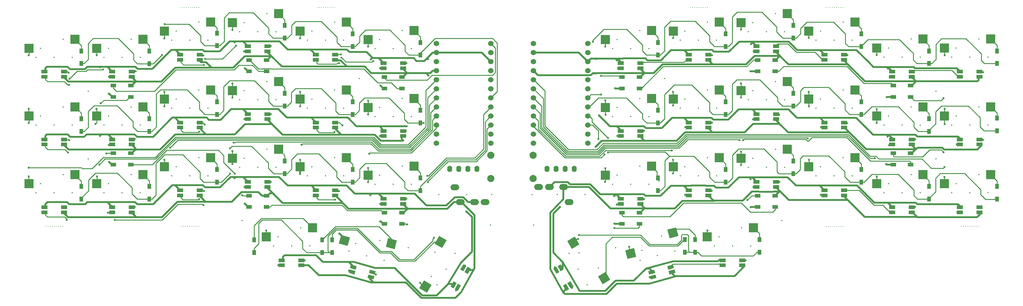
<source format=gbr>
G04 #@! TF.GenerationSoftware,KiCad,Pcbnew,5.1.5+dfsg1-2~bpo10+1*
G04 #@! TF.CreationDate,2020-09-05T17:28:50+00:00*
G04 #@! TF.ProjectId,corne-cherry,636f726e-652d-4636-9865-7272792e6b69,3.0*
G04 #@! TF.SameCoordinates,Original*
G04 #@! TF.FileFunction,Copper,L2,Bot*
G04 #@! TF.FilePolarity,Positive*
%FSLAX46Y46*%
G04 Gerber Fmt 4.6, Leading zero omitted, Abs format (unit mm)*
G04 Created by KiCad (PCBNEW 5.1.5+dfsg1-2~bpo10+1) date 2020-09-05 17:28:50*
%MOMM*%
%LPD*%
G04 APERTURE LIST*
%ADD10C,0.100000*%
%ADD11R,1.700000X1.000000*%
%ADD12R,2.550000X2.500000*%
%ADD13R,1.500000X1.000000*%
%ADD14O,2.500000X1.700000*%
%ADD15C,1.524000*%
%ADD16R,1.000000X1.400000*%
%ADD17O,1.397000X1.778000*%
%ADD18C,2.000000*%
%ADD19C,0.600000*%
%ADD20C,0.250000*%
%ADD21C,0.254000*%
%ADD22C,0.508000*%
%ADD23C,0.500000*%
%ADD24C,0.350000*%
%ADD25C,0.299999*%
%ADD26O,1.500000X1.000000*%
G04 APERTURE END LIST*
G04 #@! TA.AperFunction,SMDPad,CuDef*
D10*
G36*
X108265133Y-96291719D02*
G01*
X108523952Y-95325793D01*
X110166025Y-95765785D01*
X109907206Y-96731711D01*
X108265133Y-96291719D01*
G37*
G04 #@! TD.AperFunction*
G04 #@! TA.AperFunction,SMDPad,CuDef*
G36*
X107902787Y-97644015D02*
G01*
X108161606Y-96678089D01*
X109803679Y-97118081D01*
X109544860Y-98084007D01*
X107902787Y-97644015D01*
G37*
G04 #@! TD.AperFunction*
G04 #@! TA.AperFunction,SMDPad,CuDef*
G36*
X102952541Y-94868215D02*
G01*
X103211360Y-93902289D01*
X104853433Y-94342281D01*
X104594614Y-95308207D01*
X102952541Y-94868215D01*
G37*
G04 #@! TD.AperFunction*
G04 #@! TA.AperFunction,SMDPad,CuDef*
G36*
X102590195Y-96220511D02*
G01*
X102849014Y-95254585D01*
X104491087Y-95694577D01*
X104232268Y-96660503D01*
X102590195Y-96220511D01*
G37*
G04 #@! TD.AperFunction*
D11*
X22857500Y-39830000D03*
X22857500Y-41230000D03*
X17357500Y-39830000D03*
X17357500Y-41230000D03*
X41857500Y-39830000D03*
X41857500Y-41230000D03*
X36357500Y-39830000D03*
X36357500Y-41230000D03*
X60857500Y-35080000D03*
X60857500Y-36480000D03*
X55357500Y-35080000D03*
X55357500Y-36480000D03*
X79857500Y-32705000D03*
X79857500Y-34105000D03*
X74357500Y-32705000D03*
X74357500Y-34105000D03*
X98857500Y-35080000D03*
X98857500Y-36480000D03*
X93357500Y-35080000D03*
X93357500Y-36480000D03*
X117857500Y-37455000D03*
X117857500Y-38855000D03*
X112357500Y-37455000D03*
X112357500Y-38855000D03*
X22857500Y-58830000D03*
X22857500Y-60230000D03*
X17357500Y-58830000D03*
X17357500Y-60230000D03*
X41857500Y-58830000D03*
X41857500Y-60230000D03*
X36357500Y-58830000D03*
X36357500Y-60230000D03*
X60857500Y-54080000D03*
X60857500Y-55480000D03*
X55357500Y-54080000D03*
X55357500Y-55480000D03*
X79857500Y-51705000D03*
X79857500Y-53105000D03*
X74357500Y-51705000D03*
X74357500Y-53105000D03*
X98857500Y-54080000D03*
X98857500Y-55480000D03*
X93357500Y-54080000D03*
X93357500Y-55480000D03*
X117857500Y-56455000D03*
X117857500Y-57855000D03*
X112357500Y-56455000D03*
X112357500Y-57855000D03*
X22857500Y-77830000D03*
X22857500Y-79230000D03*
X17357500Y-77830000D03*
X17357500Y-79230000D03*
X41857500Y-77830000D03*
X41857500Y-79230000D03*
X36357500Y-77830000D03*
X36357500Y-79230000D03*
X60857500Y-73080000D03*
X60857500Y-74480000D03*
X55357500Y-73080000D03*
X55357500Y-74480000D03*
X79857500Y-70705000D03*
X79857500Y-72105000D03*
X74357500Y-70705000D03*
X74357500Y-72105000D03*
X117857500Y-75455000D03*
X117857500Y-76855000D03*
X112357500Y-75455000D03*
X112357500Y-76855000D03*
X89357500Y-92705000D03*
X89357500Y-94105000D03*
X83857500Y-92705000D03*
X83857500Y-94105000D03*
G04 #@! TA.AperFunction,SMDPad,CuDef*
D10*
G36*
X134747916Y-95784552D02*
G01*
X133881890Y-95284552D01*
X134731890Y-93812308D01*
X135597916Y-94312308D01*
X134747916Y-95784552D01*
G37*
G04 #@! TD.AperFunction*
G04 #@! TA.AperFunction,SMDPad,CuDef*
G36*
X135960352Y-96484552D02*
G01*
X135094326Y-95984552D01*
X135944326Y-94512308D01*
X136810352Y-95012308D01*
X135960352Y-96484552D01*
G37*
G04 #@! TD.AperFunction*
G04 #@! TA.AperFunction,SMDPad,CuDef*
G36*
X131997916Y-100547692D02*
G01*
X131131890Y-100047692D01*
X131981890Y-98575448D01*
X132847916Y-99075448D01*
X131997916Y-100547692D01*
G37*
G04 #@! TD.AperFunction*
G04 #@! TA.AperFunction,SMDPad,CuDef*
G36*
X133210352Y-101247692D02*
G01*
X132344326Y-100747692D01*
X133194326Y-99275448D01*
X134060352Y-99775448D01*
X133210352Y-101247692D01*
G37*
G04 #@! TD.AperFunction*
D11*
X222357500Y-51705000D03*
X222357500Y-53105000D03*
X216857500Y-51705000D03*
X216857500Y-53105000D03*
X203357500Y-54080000D03*
X203357500Y-55480000D03*
X197857500Y-54080000D03*
X197857500Y-55480000D03*
X184357500Y-56455000D03*
X184357500Y-57855000D03*
X178857500Y-56455000D03*
X178857500Y-57855000D03*
X279357500Y-77830000D03*
X279357500Y-79230000D03*
X273857500Y-77830000D03*
X273857500Y-79230000D03*
X260357500Y-77830000D03*
X260357500Y-79230000D03*
X254857500Y-77830000D03*
X254857500Y-79230000D03*
X241357500Y-73080000D03*
X241357500Y-74480000D03*
X235857500Y-73080000D03*
X235857500Y-74480000D03*
X222357500Y-70705000D03*
X222357500Y-72105000D03*
X216857500Y-70705000D03*
X216857500Y-72105000D03*
X203357500Y-73080000D03*
X203357500Y-74480000D03*
X197857500Y-73080000D03*
X197857500Y-74480000D03*
X184357500Y-75455000D03*
X184357500Y-76855000D03*
X178857500Y-75455000D03*
X178857500Y-76855000D03*
X212857500Y-92705000D03*
X212857500Y-94105000D03*
X207357500Y-92705000D03*
X207357500Y-94105000D03*
G04 #@! TA.AperFunction,SMDPad,CuDef*
D10*
G36*
X192127386Y-95303207D02*
G01*
X191868567Y-94337281D01*
X193510640Y-93897289D01*
X193769459Y-94863215D01*
X192127386Y-95303207D01*
G37*
G04 #@! TD.AperFunction*
G04 #@! TA.AperFunction,SMDPad,CuDef*
G36*
X192489732Y-96655503D02*
G01*
X192230913Y-95689577D01*
X193872986Y-95249585D01*
X194131805Y-96215511D01*
X192489732Y-96655503D01*
G37*
G04 #@! TD.AperFunction*
G04 #@! TA.AperFunction,SMDPad,CuDef*
G36*
X186814794Y-96726711D02*
G01*
X186555975Y-95760785D01*
X188198048Y-95320793D01*
X188456867Y-96286719D01*
X186814794Y-96726711D01*
G37*
G04 #@! TD.AperFunction*
G04 #@! TA.AperFunction,SMDPad,CuDef*
G36*
X187177140Y-98079007D02*
G01*
X186918321Y-97113081D01*
X188560394Y-96673089D01*
X188819213Y-97639015D01*
X187177140Y-98079007D01*
G37*
G04 #@! TD.AperFunction*
G04 #@! TA.AperFunction,SMDPad,CuDef*
G36*
X163874084Y-99070448D02*
G01*
X164740110Y-98570448D01*
X165590110Y-100042692D01*
X164724084Y-100542692D01*
X163874084Y-99070448D01*
G37*
G04 #@! TD.AperFunction*
G04 #@! TA.AperFunction,SMDPad,CuDef*
G36*
X162661648Y-99770448D02*
G01*
X163527674Y-99270448D01*
X164377674Y-100742692D01*
X163511648Y-101242692D01*
X162661648Y-99770448D01*
G37*
G04 #@! TD.AperFunction*
G04 #@! TA.AperFunction,SMDPad,CuDef*
G36*
X161124084Y-94307308D02*
G01*
X161990110Y-93807308D01*
X162840110Y-95279552D01*
X161974084Y-95779552D01*
X161124084Y-94307308D01*
G37*
G04 #@! TD.AperFunction*
G04 #@! TA.AperFunction,SMDPad,CuDef*
G36*
X159911648Y-95007308D02*
G01*
X160777674Y-94507308D01*
X161627674Y-95979552D01*
X160761648Y-96479552D01*
X159911648Y-95007308D01*
G37*
G04 #@! TD.AperFunction*
D11*
X98857500Y-73080000D03*
X98857500Y-74480000D03*
X93357500Y-73080000D03*
X93357500Y-74480000D03*
X279357500Y-39830000D03*
X279357500Y-41230000D03*
X273857500Y-39830000D03*
X273857500Y-41230000D03*
X260357500Y-39830000D03*
X260357500Y-41230000D03*
X254857500Y-39830000D03*
X254857500Y-41230000D03*
X241357500Y-35080000D03*
X241357500Y-36480000D03*
X235857500Y-35080000D03*
X235857500Y-36480000D03*
X222357500Y-32705000D03*
X222357500Y-34105000D03*
X216857500Y-32705000D03*
X216857500Y-34105000D03*
X203357500Y-35080000D03*
X203357500Y-36480000D03*
X197857500Y-35080000D03*
X197857500Y-36480000D03*
X184357500Y-37455000D03*
X184357500Y-38855000D03*
X178857500Y-37455000D03*
X178857500Y-38855000D03*
X279357500Y-58830000D03*
X279357500Y-60230000D03*
X273857500Y-58830000D03*
X273857500Y-60230000D03*
X260357500Y-58830000D03*
X260357500Y-60230000D03*
X254857500Y-58830000D03*
X254857500Y-60230000D03*
X241357500Y-54080000D03*
X241357500Y-55480000D03*
X235857500Y-54080000D03*
X235857500Y-55480000D03*
D12*
X120949500Y-28325000D03*
X108022500Y-30865000D03*
X187456500Y-47320000D03*
X174529500Y-49860000D03*
X187456500Y-66320000D03*
X174529500Y-68860000D03*
X25949500Y-68700000D03*
X13022500Y-71240000D03*
X263456500Y-68695000D03*
X250529500Y-71235000D03*
X225456500Y-61570000D03*
X212529500Y-64110000D03*
X44949500Y-68700000D03*
X32022500Y-71240000D03*
X25949500Y-49700000D03*
X13022500Y-52240000D03*
X44949500Y-49700000D03*
X32022500Y-52240000D03*
X25949500Y-30700000D03*
X13022500Y-33240000D03*
X44949500Y-30700000D03*
X32022500Y-33240000D03*
X63949500Y-25950000D03*
X51022500Y-28490000D03*
X82949500Y-23575000D03*
X70022500Y-26115000D03*
X101949500Y-25950000D03*
X89022500Y-28490000D03*
X63949500Y-44950000D03*
X51022500Y-47490000D03*
X82949500Y-42575000D03*
X70022500Y-45115000D03*
X101949500Y-44950000D03*
X89022500Y-47490000D03*
X120949500Y-47325000D03*
X108022500Y-49865000D03*
X63949500Y-63950000D03*
X51022500Y-66490000D03*
X82949500Y-61575000D03*
X70022500Y-64115000D03*
X101949500Y-63950000D03*
X89022500Y-66490000D03*
X120949500Y-66325000D03*
X108022500Y-68865000D03*
X92449500Y-83575000D03*
X79522500Y-86115000D03*
G04 #@! TA.AperFunction,SMDPad,CuDef*
D10*
G36*
X116120318Y-87132705D02*
G01*
X115473271Y-89547520D01*
X113010160Y-88887531D01*
X113657207Y-86472716D01*
X116120318Y-87132705D01*
G37*
G04 #@! TD.AperFunction*
G04 #@! TA.AperFunction,SMDPad,CuDef*
G36*
X102976395Y-86240402D02*
G01*
X102329348Y-88655217D01*
X99866237Y-87995228D01*
X100513284Y-85580413D01*
X102976395Y-86240402D01*
G37*
G04 #@! TD.AperFunction*
D12*
X282456500Y-30695000D03*
X269529500Y-33235000D03*
X263456500Y-30695000D03*
X250529500Y-33235000D03*
X244456500Y-25945000D03*
X231529500Y-28485000D03*
X225456500Y-23570000D03*
X212529500Y-26110000D03*
X206456500Y-25945000D03*
X193529500Y-28485000D03*
X187449500Y-28325000D03*
X174522500Y-30865000D03*
X282456500Y-49695000D03*
X269529500Y-52235000D03*
X263456500Y-49695000D03*
X250529500Y-52235000D03*
X244456500Y-44945000D03*
X231529500Y-47485000D03*
X225456500Y-42570000D03*
X212529500Y-45110000D03*
X206456500Y-44945000D03*
X193529500Y-47485000D03*
X282456500Y-68695000D03*
X269529500Y-71235000D03*
X244456500Y-63945000D03*
X231529500Y-66485000D03*
X206456500Y-63945000D03*
X193529500Y-66485000D03*
X215956500Y-83570000D03*
X203029500Y-86110000D03*
G04 #@! TA.AperFunction,SMDPad,CuDef*
D10*
G36*
X194350670Y-83443674D02*
G01*
X194997717Y-85858489D01*
X192534606Y-86518478D01*
X191887559Y-84103663D01*
X194350670Y-83443674D01*
G37*
G04 #@! TD.AperFunction*
G04 #@! TA.AperFunction,SMDPad,CuDef*
G36*
X182521547Y-89242879D02*
G01*
X183168594Y-91657694D01*
X180705483Y-92317683D01*
X180058436Y-89902868D01*
X182521547Y-89242879D01*
G37*
G04 #@! TD.AperFunction*
D13*
X41557500Y-43680000D03*
X41557500Y-46880000D03*
X36657500Y-43680000D03*
X36657500Y-46880000D03*
X79557500Y-36555000D03*
X79557500Y-39755000D03*
X74657500Y-36555000D03*
X74657500Y-39755000D03*
X117557500Y-41305000D03*
X117557500Y-44505000D03*
X112657500Y-41305000D03*
X112657500Y-44505000D03*
X41557500Y-62680000D03*
X41557500Y-65880000D03*
X36657500Y-62680000D03*
X36657500Y-65880000D03*
X79557500Y-74555000D03*
X79557500Y-77755000D03*
X74657500Y-74555000D03*
X74657500Y-77755000D03*
X117557500Y-79305000D03*
X117557500Y-82505000D03*
X112657500Y-79305000D03*
X112657500Y-82505000D03*
X260057500Y-43680000D03*
X260057500Y-46880000D03*
X255157500Y-43680000D03*
X255157500Y-46880000D03*
X222057500Y-36555000D03*
X222057500Y-39755000D03*
X217157500Y-36555000D03*
X217157500Y-39755000D03*
X184057500Y-41305000D03*
X184057500Y-44505000D03*
X179157500Y-41305000D03*
X179157500Y-44505000D03*
X260057500Y-62680000D03*
X260057500Y-65880000D03*
X255157500Y-62680000D03*
X255157500Y-65880000D03*
X222057500Y-74555000D03*
X222057500Y-77755000D03*
X217157500Y-74555000D03*
X217157500Y-77755000D03*
X184057500Y-79305000D03*
X184057500Y-82505000D03*
X179157500Y-79305000D03*
X179157500Y-82505000D03*
D14*
X164337500Y-76370000D03*
X162837500Y-72170000D03*
X158837500Y-72170000D03*
X155837500Y-72170000D03*
X132334500Y-72192000D03*
X133834500Y-76392000D03*
X137834500Y-76392000D03*
X140834500Y-76392000D03*
D15*
X127203900Y-31942000D03*
X127203900Y-34482000D03*
X127203900Y-37022000D03*
X127203900Y-39562000D03*
X127203900Y-42102000D03*
X127203900Y-44642000D03*
X127203900Y-47182000D03*
X127203900Y-49722000D03*
X127203900Y-52262000D03*
X127203900Y-54802000D03*
X127203900Y-57342000D03*
X127203900Y-59882000D03*
X142423900Y-59882000D03*
X142423900Y-57342000D03*
X142423900Y-54802000D03*
X142423900Y-52262000D03*
X142423900Y-49722000D03*
X142423900Y-47182000D03*
X142423900Y-44642000D03*
X142423900Y-42102000D03*
X142423900Y-39562000D03*
X142423900Y-37022000D03*
X142423900Y-34482000D03*
X142423900Y-31942000D03*
X154378900Y-31912000D03*
X154378900Y-34452000D03*
X154378900Y-36992000D03*
X154378900Y-39532000D03*
X154378900Y-42072000D03*
X154378900Y-44612000D03*
X154378900Y-47152000D03*
X154378900Y-49692000D03*
X154378900Y-52232000D03*
X154378900Y-54772000D03*
X154378900Y-57312000D03*
X154378900Y-59852000D03*
X169598900Y-59852000D03*
X169598900Y-57312000D03*
X169598900Y-54772000D03*
X169598900Y-52232000D03*
X169598900Y-49692000D03*
X169598900Y-47152000D03*
X169598900Y-44612000D03*
X169598900Y-42072000D03*
X169598900Y-39532000D03*
X169598900Y-36992000D03*
X169598900Y-34452000D03*
X169598900Y-31912000D03*
D16*
X103707500Y-48255000D03*
X103707500Y-51805000D03*
X65707500Y-48255000D03*
X65707500Y-51805000D03*
X227214500Y-26875000D03*
X227214500Y-30425000D03*
X27734500Y-34001875D03*
X27734500Y-37551875D03*
X46734500Y-34005000D03*
X46734500Y-37555000D03*
X65707500Y-29005000D03*
X65707500Y-32555000D03*
X84707500Y-26880000D03*
X84707500Y-30430000D03*
X103707500Y-29255000D03*
X103707500Y-32805000D03*
X122707500Y-31630000D03*
X122707500Y-35180000D03*
X27734500Y-53001875D03*
X27734500Y-56551875D03*
X46734500Y-53005000D03*
X46734500Y-56555000D03*
X84707500Y-45880000D03*
X84707500Y-49430000D03*
X122707500Y-50630000D03*
X122707500Y-54180000D03*
X27734500Y-72001875D03*
X27734500Y-75551875D03*
X46734500Y-72005000D03*
X46734500Y-75555000D03*
X65707500Y-67255000D03*
X65707500Y-70805000D03*
X84707500Y-64880000D03*
X84707500Y-68430000D03*
X103707500Y-67255000D03*
X103707500Y-70805000D03*
X122707500Y-69630000D03*
X122707500Y-73180000D03*
X76157500Y-86995000D03*
X76157500Y-90545000D03*
X95164500Y-86990000D03*
X95164500Y-90540000D03*
X98007500Y-86990000D03*
X98007500Y-90540000D03*
X284214500Y-34000000D03*
X284214500Y-37550000D03*
X265214500Y-34000000D03*
X265214500Y-37550000D03*
X246214500Y-29250000D03*
X246214500Y-32800000D03*
X208214500Y-29250000D03*
X208214500Y-32800000D03*
X189207500Y-31630000D03*
X189207500Y-35180000D03*
X284214500Y-52850000D03*
X284214500Y-56400000D03*
X265214500Y-53000000D03*
X265214500Y-56550000D03*
X246214500Y-48250000D03*
X246214500Y-51800000D03*
X227214500Y-45875000D03*
X227214500Y-49425000D03*
X208214500Y-48250000D03*
X208214500Y-51800000D03*
X189207500Y-50630000D03*
X189207500Y-54180000D03*
X284214500Y-72000000D03*
X284214500Y-75550000D03*
X265214500Y-72000000D03*
X265214500Y-75550000D03*
X246214500Y-67250000D03*
X246214500Y-70800000D03*
X227214500Y-64875000D03*
X227214500Y-68425000D03*
X208214500Y-67250000D03*
X208214500Y-70800000D03*
X189207500Y-69630000D03*
X189207500Y-73180000D03*
X217714500Y-86860000D03*
X217714500Y-90410000D03*
X199664500Y-86875000D03*
X199664500Y-90425000D03*
X196814500Y-86875000D03*
X196814500Y-90425000D03*
D17*
X158164500Y-67045000D03*
X160704500Y-67045000D03*
X163244500Y-67045000D03*
X165784500Y-67045000D03*
X138568500Y-67028000D03*
X136028500Y-67028000D03*
X133488500Y-67028000D03*
X130948500Y-67028000D03*
D18*
X154304500Y-63272000D03*
X154304500Y-69772000D03*
X142424500Y-63281000D03*
X142424500Y-69781000D03*
G04 #@! TA.AperFunction,SMDPad,CuDef*
D10*
G36*
X127934059Y-85826498D02*
G01*
X130099123Y-87076498D01*
X128824123Y-89284862D01*
X126659059Y-88034862D01*
X127934059Y-85826498D01*
G37*
G04 #@! TD.AperFunction*
G04 #@! TA.AperFunction,SMDPad,CuDef*
G36*
X123670263Y-98291608D02*
G01*
X125835327Y-99541608D01*
X124560327Y-101749972D01*
X122395263Y-100499972D01*
X123670263Y-98291608D01*
G37*
G04 #@! TD.AperFunction*
G04 #@! TA.AperFunction,SMDPad,CuDef*
G36*
X175904941Y-98148502D02*
G01*
X173739877Y-99398502D01*
X172464877Y-97190138D01*
X174629941Y-95940138D01*
X175904941Y-98148502D01*
G37*
G04 #@! TD.AperFunction*
G04 #@! TA.AperFunction,SMDPad,CuDef*
G36*
X167241737Y-88223392D02*
G01*
X165076673Y-89473392D01*
X163801673Y-87265028D01*
X165966737Y-86015028D01*
X167241737Y-88223392D01*
G37*
G04 #@! TD.AperFunction*
D19*
X50307500Y-35105000D03*
X51107500Y-26505000D03*
X123607500Y-54205000D03*
X124607500Y-69005000D03*
X69382500Y-61305000D03*
X69382500Y-68405000D03*
X126493737Y-86382353D03*
X124807500Y-70805000D03*
X124807500Y-36305000D03*
X111507500Y-43705000D03*
X70632500Y-31605000D03*
X73507500Y-38905000D03*
X33032500Y-38605000D03*
X35407500Y-46005000D03*
X32932500Y-57805000D03*
X35507500Y-65105000D03*
X70632500Y-69705000D03*
X73507500Y-76804998D03*
X108632500Y-74405000D03*
X111407500Y-81805000D03*
X118907500Y-55105000D03*
X108792189Y-36393716D03*
X126297500Y-77305000D03*
X135547500Y-78960000D03*
X117907500Y-59105000D03*
X124957510Y-40905000D03*
X13007500Y-35205000D03*
X13007500Y-50205000D03*
X13007500Y-54205000D03*
X13007500Y-69205000D03*
X13007500Y-66705000D03*
X32007500Y-35205000D03*
X32107500Y-69205000D03*
X31707500Y-54405000D03*
X31964840Y-50194907D03*
X32749442Y-65846942D03*
X51007500Y-30505000D03*
X51007500Y-45505000D03*
X51007500Y-49505000D03*
X51007500Y-64505000D03*
X52577078Y-61174578D03*
X70007500Y-28105000D03*
X70007500Y-43105000D03*
X70007500Y-47105000D03*
X70007500Y-62105000D03*
X70407500Y-59705000D03*
X70007500Y-65705000D03*
X79507500Y-84305000D03*
X89007500Y-30505000D03*
X89007500Y-45505000D03*
X89007500Y-49505000D03*
X89007500Y-64505000D03*
X89407500Y-60305000D03*
X89007500Y-68505000D03*
X100007500Y-85205000D03*
X108007500Y-32805000D03*
X108007500Y-47905000D03*
X108007500Y-51805000D03*
X108007500Y-66805000D03*
X108407504Y-62805000D03*
X108007500Y-70805000D03*
X122607500Y-99005000D03*
X173357500Y-46265000D03*
X171063762Y-31389024D03*
X175232500Y-58415010D03*
X175232500Y-62500000D03*
X172537500Y-58715000D03*
X167110558Y-85628058D03*
X173357500Y-41015000D03*
X269607500Y-35205000D03*
X269507500Y-69305000D03*
X269617500Y-54555000D03*
X269592510Y-50205000D03*
X269547500Y-66550000D03*
X250507500Y-35105000D03*
X250507500Y-50305000D03*
X250507500Y-54205000D03*
X250507500Y-69205000D03*
X249997500Y-64100010D03*
X231507500Y-30305000D03*
X231507500Y-45505000D03*
X231607500Y-49505000D03*
X231607500Y-64505000D03*
X231234449Y-58513051D03*
X212507500Y-28005000D03*
X212507500Y-43105000D03*
X212507500Y-47105000D03*
X212507500Y-62205000D03*
X203087500Y-84335000D03*
X212557500Y-65985000D03*
X212107500Y-59020000D03*
X193507500Y-30405000D03*
X193507500Y-45505000D03*
X193507500Y-49305000D03*
X193507500Y-64505000D03*
X193517500Y-68325000D03*
X181187500Y-88895000D03*
X193137500Y-61875000D03*
X174507500Y-32805000D03*
X174507500Y-47805000D03*
X174607500Y-51905000D03*
X174507500Y-66905000D03*
X174417500Y-70675000D03*
X166887500Y-86675000D03*
X174297500Y-63015000D03*
X171857490Y-40305000D03*
X171787500Y-60895000D03*
X171934500Y-36205000D03*
X161807500Y-77705000D03*
X177037500Y-82385000D03*
X176987500Y-74685000D03*
X215257500Y-69915000D03*
X253577500Y-58005000D03*
X253757500Y-38945000D03*
X215297500Y-32055000D03*
X177777500Y-36645000D03*
X177253436Y-44469389D03*
X215217502Y-77775000D03*
X215152490Y-39708861D03*
X253314993Y-46956653D03*
X253172490Y-65734017D03*
X172707500Y-52045000D03*
X33107500Y-48705000D03*
X34727500Y-62720000D03*
X80807500Y-32605000D03*
X62107506Y-37954990D03*
X71007500Y-32505000D03*
X62387500Y-36246952D03*
X118807500Y-37405000D03*
X109507500Y-36805000D03*
X99882500Y-37455000D03*
X100597500Y-35880000D03*
X24107500Y-40105000D03*
X24007500Y-62505000D03*
X35507500Y-41205000D03*
X42707500Y-58705000D03*
X60707500Y-56655000D03*
X61907500Y-35305000D03*
X73307500Y-34105000D03*
X80807500Y-51705000D03*
X98607500Y-56755000D03*
X100443699Y-35003426D03*
X111407500Y-38905000D03*
X118607500Y-56405000D03*
X24307500Y-59005000D03*
X23607500Y-81405000D03*
X35407500Y-60405000D03*
X42707500Y-77705000D03*
X73407500Y-53105000D03*
X80807500Y-70705000D03*
X98807500Y-75705000D03*
X100857500Y-54905000D03*
X111307500Y-57805000D03*
X118807500Y-75405000D03*
X73407500Y-72105000D03*
X90307500Y-92705000D03*
X111407500Y-76905000D03*
X135200692Y-94111767D03*
X110207500Y-96705000D03*
X82907500Y-94105000D03*
X119007500Y-82605000D03*
X132707500Y-101105000D03*
X269282500Y-47215000D03*
X269261664Y-62382960D03*
X280317500Y-39965000D03*
X272977500Y-60175000D03*
X261307500Y-58745000D03*
X254167500Y-41355002D03*
X223232169Y-51890331D03*
X216047500Y-34105000D03*
X204437500Y-35185000D03*
X196907500Y-55365000D03*
X185337500Y-56385000D03*
X178037510Y-38905000D03*
X70707500Y-68405000D03*
X72757500Y-74440000D03*
X42907500Y-39705000D03*
X24402733Y-41829555D03*
X24307500Y-43505000D03*
X33807500Y-39205000D03*
X62232510Y-54605000D03*
X60677169Y-75535331D03*
X37107500Y-81355000D03*
X35107500Y-79305000D03*
X61907500Y-77205000D03*
X62032510Y-73205000D03*
X99907500Y-73305000D03*
X102707500Y-95605000D03*
X214327500Y-75765000D03*
X213147500Y-58980002D03*
X160337500Y-94635000D03*
X177042490Y-83655000D03*
X280367500Y-58895000D03*
X273117500Y-79255000D03*
X261327500Y-77755000D03*
X254007500Y-60425000D03*
X242277500Y-54295000D03*
X234907500Y-74355000D03*
X223267169Y-70725331D03*
X215897500Y-53155000D03*
X204397500Y-54145000D03*
X196857500Y-74365000D03*
X185367500Y-75525000D03*
X177937500Y-57865000D03*
X213767500Y-92735000D03*
X216007500Y-72135000D03*
X204327500Y-73235000D03*
X186947500Y-97485000D03*
X165207500Y-100455000D03*
X177707500Y-77035000D03*
X242337500Y-35145000D03*
X234977500Y-55355000D03*
D20*
X122707500Y-34667319D02*
X122707500Y-35180000D01*
X142907500Y-30505000D02*
X126869819Y-30505000D01*
X126869819Y-30505000D02*
X122707500Y-34667319D01*
X144207500Y-31805000D02*
X142907500Y-30505000D01*
X144207500Y-45398400D02*
X144207500Y-31805000D01*
X142423900Y-47182000D02*
X144207500Y-45398400D01*
X42307500Y-36505000D02*
X43357500Y-37555000D01*
X42307500Y-34805000D02*
X42307500Y-36505000D01*
X38007500Y-30505000D02*
X42307500Y-34805000D01*
X29607500Y-31905000D02*
X31007500Y-30505000D01*
X29607500Y-36428875D02*
X29607500Y-31905000D01*
X43357500Y-37555000D02*
X46734500Y-37555000D01*
X31007500Y-30505000D02*
X38007500Y-30505000D01*
X28484500Y-37551875D02*
X29607500Y-36428875D01*
X27734500Y-37551875D02*
X28484500Y-37551875D01*
X47857500Y-37555000D02*
X50307500Y-35105000D01*
X46734500Y-37555000D02*
X47857500Y-37555000D01*
X62257500Y-32555000D02*
X61107500Y-31405000D01*
X61107500Y-31405000D02*
X61107500Y-29705000D01*
X65707500Y-32555000D02*
X62257500Y-32555000D01*
X61107500Y-29705000D02*
X57907500Y-26505000D01*
X57907500Y-26505000D02*
X51531764Y-26505000D01*
X51531764Y-26505000D02*
X51107500Y-26505000D01*
X66457500Y-32555000D02*
X67707500Y-31305000D01*
X65707500Y-32555000D02*
X66457500Y-32555000D01*
X67707500Y-31305000D02*
X67707500Y-24705000D01*
X67707500Y-24705000D02*
X69107500Y-23305000D01*
X69107500Y-23305000D02*
X75907500Y-23305000D01*
X75907500Y-23305000D02*
X80207500Y-27605000D01*
X80207500Y-27605000D02*
X80207500Y-29205000D01*
X83957500Y-30430000D02*
X84707500Y-30430000D01*
X80220686Y-29205000D02*
X81445686Y-30430000D01*
X81445686Y-30430000D02*
X83957500Y-30430000D01*
X80207500Y-29205000D02*
X80220686Y-29205000D01*
X85457500Y-30430000D02*
X86607500Y-29280000D01*
X84707500Y-30430000D02*
X85457500Y-30430000D01*
X86607500Y-29280000D02*
X86607500Y-26805000D01*
X86607500Y-26805000D02*
X87707500Y-25705000D01*
X87707500Y-25705000D02*
X94907500Y-25705000D01*
X94907500Y-25705000D02*
X99307500Y-30105000D01*
X99307500Y-30105000D02*
X99307500Y-31605000D01*
X100507500Y-32805000D02*
X103707500Y-32805000D01*
X99307500Y-31605000D02*
X100507500Y-32805000D01*
X121957500Y-35180000D02*
X122707500Y-35180000D01*
X119482500Y-35180000D02*
X121957500Y-35180000D01*
X118407500Y-34105000D02*
X119482500Y-35180000D01*
X114107500Y-28105000D02*
X118407500Y-32405000D01*
X107407500Y-28105000D02*
X114107500Y-28105000D01*
X118407500Y-32405000D02*
X118407500Y-34105000D01*
X105707500Y-29805000D02*
X107407500Y-28105000D01*
X105707500Y-31505000D02*
X105707500Y-29805000D01*
X104407500Y-32805000D02*
X105707500Y-31505000D01*
X103707500Y-32805000D02*
X104407500Y-32805000D01*
X27734500Y-32751875D02*
X27734500Y-34001875D01*
X27734500Y-32510000D02*
X27734500Y-32751875D01*
X25949500Y-30725000D02*
X27734500Y-32510000D01*
X25949500Y-30700000D02*
X25949500Y-30725000D01*
X122707500Y-54180000D02*
X122832500Y-54180000D01*
X45984500Y-56555000D02*
X46734500Y-56555000D01*
X42207500Y-55305000D02*
X43457500Y-56555000D01*
X42207500Y-53805000D02*
X42207500Y-55305000D01*
X37732501Y-49330001D02*
X42207500Y-53805000D01*
X43457500Y-56555000D02*
X45984500Y-56555000D01*
X31282499Y-49330001D02*
X37732501Y-49330001D01*
X29607500Y-51005000D02*
X31282499Y-49330001D01*
X29607500Y-55428875D02*
X29607500Y-51005000D01*
X28484500Y-56551875D02*
X29607500Y-55428875D01*
X27734500Y-56551875D02*
X28484500Y-56551875D01*
X60807500Y-50305000D02*
X62307500Y-51805000D01*
X48707500Y-46105000D02*
X49932501Y-44879999D01*
X62307500Y-51805000D02*
X65707500Y-51805000D01*
X49932501Y-44879999D02*
X57332501Y-44879999D01*
X60807500Y-48354998D02*
X60807500Y-50305000D01*
X48707500Y-55332000D02*
X48707500Y-46105000D01*
X47484500Y-56555000D02*
X48707500Y-55332000D01*
X57332501Y-44879999D02*
X60807500Y-48354998D01*
X46734500Y-56555000D02*
X47484500Y-56555000D01*
X81432500Y-49430000D02*
X84707500Y-49430000D01*
X80207500Y-46305000D02*
X80207500Y-48205000D01*
X76207500Y-42305000D02*
X80207500Y-46305000D01*
X69307500Y-42305000D02*
X76207500Y-42305000D01*
X67607500Y-44005000D02*
X69307500Y-42305000D01*
X80207500Y-48205000D02*
X81432500Y-49430000D01*
X67607500Y-50655000D02*
X67607500Y-44005000D01*
X66457500Y-51805000D02*
X67607500Y-50655000D01*
X65707500Y-51805000D02*
X66457500Y-51805000D01*
X85457500Y-49430000D02*
X86507500Y-48380000D01*
X84707500Y-49430000D02*
X85457500Y-49430000D01*
X86507500Y-48380000D02*
X86507500Y-45705000D01*
X86507500Y-45705000D02*
X87707500Y-44505000D01*
X87707500Y-44505000D02*
X94907500Y-44505000D01*
X94907500Y-44505000D02*
X99007500Y-48605000D01*
X99007500Y-48605000D02*
X99007500Y-50905000D01*
X99907500Y-51805000D02*
X103707500Y-51805000D01*
X99007500Y-50905000D02*
X99907500Y-51805000D01*
X118207500Y-51505000D02*
X118207500Y-53205000D01*
X118207500Y-53205000D02*
X119182500Y-54180000D01*
X113907500Y-47205000D02*
X118207500Y-51505000D01*
X107007500Y-47205000D02*
X113907500Y-47205000D01*
X105607500Y-48605000D02*
X107007500Y-47205000D01*
X105607500Y-50655000D02*
X105607500Y-48605000D01*
X104457500Y-51805000D02*
X105607500Y-50655000D01*
X119182500Y-54180000D02*
X122707500Y-54180000D01*
X103707500Y-51805000D02*
X104457500Y-51805000D01*
X122707500Y-54180000D02*
X123582500Y-54180000D01*
X123582500Y-54180000D02*
X123607500Y-54205000D01*
X125007500Y-69005000D02*
X124607500Y-69005000D01*
X130007500Y-64005000D02*
X125007500Y-69005000D01*
X142423900Y-49788600D02*
X140407500Y-51805000D01*
X140407500Y-61505000D02*
X137907500Y-64005000D01*
X140407500Y-51805000D02*
X140407500Y-61505000D01*
X137907500Y-64005000D02*
X130007500Y-64005000D01*
X142423900Y-49722000D02*
X142423900Y-49788600D01*
X46734500Y-32520000D02*
X46734500Y-34005000D01*
X44949500Y-30735000D02*
X46734500Y-32520000D01*
X44949500Y-30700000D02*
X44949500Y-30735000D01*
D21*
X141661901Y-53023999D02*
X142423900Y-52262000D01*
X140859511Y-53826389D02*
X141661901Y-53023999D01*
X140859511Y-61818989D02*
X140859511Y-53826389D01*
X138173500Y-64505000D02*
X140859511Y-61818989D01*
X130180900Y-64505000D02*
X138173500Y-64505000D01*
X122707500Y-71978400D02*
X130180900Y-64505000D01*
X122707500Y-73105000D02*
X122707500Y-71978400D01*
D20*
X43357500Y-75555000D02*
X46057500Y-75555000D01*
X41907500Y-72305000D02*
X41907500Y-74105000D01*
X37807500Y-68205000D02*
X41907500Y-72305000D01*
X29707500Y-70205000D02*
X31707500Y-68205000D01*
X41907500Y-74105000D02*
X43357500Y-75555000D01*
X31707500Y-68205000D02*
X37807500Y-68205000D01*
X29707500Y-73205000D02*
X29707500Y-70205000D01*
X46057500Y-75555000D02*
X46734500Y-75555000D01*
X27734500Y-75178000D02*
X29707500Y-73205000D01*
X27734500Y-75551875D02*
X27734500Y-75178000D01*
X84707500Y-68430000D02*
X81632500Y-68430000D01*
X81632500Y-68430000D02*
X80107500Y-66905000D01*
X80107500Y-66905000D02*
X80107500Y-65405000D01*
X80107500Y-65405000D02*
X75407500Y-60705000D01*
X69982500Y-60705000D02*
X69382500Y-61305000D01*
X75407500Y-60705000D02*
X69982500Y-60705000D01*
X69382500Y-68430000D02*
X67007500Y-70805000D01*
X67007500Y-70805000D02*
X65707500Y-70805000D01*
X69382500Y-68405000D02*
X69382500Y-68430000D01*
X100707500Y-70805000D02*
X103707500Y-70805000D01*
X99207500Y-69305000D02*
X100707500Y-70805000D01*
X94207500Y-62805000D02*
X99207500Y-67805000D01*
X88207500Y-62805000D02*
X94207500Y-62805000D01*
X85282500Y-68430000D02*
X86607500Y-67105000D01*
X86607500Y-64405000D02*
X88207500Y-62805000D01*
X86607500Y-67105000D02*
X86607500Y-64405000D01*
X99207500Y-67805000D02*
X99207500Y-69305000D01*
X84707500Y-68430000D02*
X85282500Y-68430000D01*
X119182500Y-73180000D02*
X122707500Y-73180000D01*
X118307500Y-70705000D02*
X118307500Y-72305000D01*
X113107500Y-65505000D02*
X118307500Y-70705000D01*
X118307500Y-72305000D02*
X119182500Y-73180000D01*
X107307500Y-65505000D02*
X113107500Y-65505000D01*
X105707500Y-69555000D02*
X105707500Y-67105000D01*
X105707500Y-67105000D02*
X107307500Y-65505000D01*
X104457500Y-70805000D02*
X105707500Y-69555000D01*
X103707500Y-70805000D02*
X104457500Y-70805000D01*
X51035578Y-63105000D02*
X56107500Y-63105000D01*
X62007500Y-70805000D02*
X64957500Y-70805000D01*
X61007500Y-68005000D02*
X61007500Y-69805000D01*
X48607500Y-65533078D02*
X51035578Y-63105000D01*
X48607500Y-74432000D02*
X48607500Y-65533078D01*
X46734500Y-75555000D02*
X47484500Y-75555000D01*
X47484500Y-75555000D02*
X48607500Y-74432000D01*
X56107500Y-63105000D02*
X61007500Y-68005000D01*
X61007500Y-69805000D02*
X62007500Y-70805000D01*
X64957500Y-70805000D02*
X65707500Y-70805000D01*
X65707500Y-27623000D02*
X65707500Y-29005000D01*
X64034500Y-25950000D02*
X65707500Y-27623000D01*
X63949500Y-25950000D02*
X64034500Y-25950000D01*
X95164500Y-90540000D02*
X98007500Y-90540000D01*
D21*
X141313522Y-62007046D02*
X138315568Y-65005000D01*
X138315568Y-65005000D02*
X130607500Y-65005000D01*
X141313522Y-55912378D02*
X141313522Y-62007046D01*
X142423900Y-54802000D02*
X141313522Y-55912378D01*
D20*
X130357500Y-65005000D02*
X130607500Y-65005000D01*
X124807500Y-70555000D02*
X130357500Y-65005000D01*
X124807500Y-70805000D02*
X124807500Y-70555000D01*
X126193738Y-87218762D02*
X126193738Y-86682352D01*
X111493900Y-90154990D02*
X114557490Y-90154990D01*
X120957511Y-92454989D02*
X126193738Y-87218762D01*
X97257500Y-90540000D02*
X96807500Y-90090000D01*
X116857489Y-92454989D02*
X120957511Y-92454989D01*
X114557490Y-90154990D02*
X116857489Y-92454989D01*
X98993920Y-83754989D02*
X105093900Y-83754989D01*
X126193738Y-86682352D02*
X126493737Y-86382353D01*
X105093900Y-83754989D02*
X111493900Y-90154990D01*
X96807500Y-85941410D02*
X98993920Y-83754989D01*
X96807500Y-90090000D02*
X96807500Y-85941410D01*
X98007500Y-90540000D02*
X97257500Y-90540000D01*
X95207500Y-90540000D02*
X95164500Y-90540000D01*
X90842500Y-90540000D02*
X95207500Y-90540000D01*
X89707500Y-87405000D02*
X89707500Y-89405000D01*
X89707500Y-89405000D02*
X90842500Y-90540000D01*
X83707500Y-81405000D02*
X89707500Y-87405000D01*
X77407500Y-82405000D02*
X78407500Y-81405000D01*
X76157500Y-89295000D02*
X77407500Y-88045000D01*
X77407500Y-88045000D02*
X77407500Y-82405000D01*
X78407500Y-81405000D02*
X83707500Y-81405000D01*
X76157500Y-90545000D02*
X76157500Y-89295000D01*
X82979500Y-23575000D02*
X84707500Y-25303000D01*
X84707500Y-25303000D02*
X84707500Y-26880000D01*
X82949500Y-23575000D02*
X82979500Y-23575000D01*
X103707500Y-27753000D02*
X103707500Y-29255000D01*
X101949500Y-25995000D02*
X103707500Y-27753000D01*
X101949500Y-25950000D02*
X101949500Y-25995000D01*
X122707500Y-30103000D02*
X122707500Y-31630000D01*
X120949500Y-28345000D02*
X122707500Y-30103000D01*
X120949500Y-28325000D02*
X120949500Y-28345000D01*
X27734500Y-51440000D02*
X27734500Y-53001875D01*
X25994500Y-49700000D02*
X27734500Y-51440000D01*
X25949500Y-49700000D02*
X25994500Y-49700000D01*
X46734500Y-51450000D02*
X46734500Y-53005000D01*
X44984500Y-49700000D02*
X46734500Y-51450000D01*
X44949500Y-49700000D02*
X44984500Y-49700000D01*
X64044500Y-44950000D02*
X65707500Y-46613000D01*
X63949500Y-44950000D02*
X64044500Y-44950000D01*
X65707500Y-46613000D02*
X65707500Y-48255000D01*
X82999500Y-42575000D02*
X84707500Y-44283000D01*
X84707500Y-44283000D02*
X84707500Y-45880000D01*
X82949500Y-42575000D02*
X82999500Y-42575000D01*
X101949500Y-45045000D02*
X103707500Y-46803000D01*
X101949500Y-44950000D02*
X101949500Y-45045000D01*
X103707500Y-46803000D02*
X103707500Y-48255000D01*
X120949500Y-47447000D02*
X122707500Y-49205000D01*
X122707500Y-49205000D02*
X122707500Y-50630000D01*
X120949500Y-47325000D02*
X120949500Y-47447000D01*
X27734500Y-70500000D02*
X27734500Y-72001875D01*
X25949500Y-68715000D02*
X27734500Y-70500000D01*
X25949500Y-68700000D02*
X25949500Y-68715000D01*
X45014500Y-68700000D02*
X46734500Y-70420000D01*
X46734500Y-70420000D02*
X46734500Y-72005000D01*
X44949500Y-68700000D02*
X45014500Y-68700000D01*
X65707500Y-65713000D02*
X65707500Y-67255000D01*
X63949500Y-63955000D02*
X65707500Y-65713000D01*
X63949500Y-63950000D02*
X63949500Y-63955000D01*
X84707500Y-63313000D02*
X84707500Y-64880000D01*
X82969500Y-61575000D02*
X84707500Y-63313000D01*
X82949500Y-61575000D02*
X82969500Y-61575000D01*
X103707500Y-65753000D02*
X103707500Y-67255000D01*
X101949500Y-63995000D02*
X103707500Y-65753000D01*
X101949500Y-63950000D02*
X101949500Y-63995000D01*
X122707500Y-68133000D02*
X122707500Y-69630000D01*
X120949500Y-66375000D02*
X122707500Y-68133000D01*
X120949500Y-66325000D02*
X120949500Y-66375000D01*
X92449500Y-83547000D02*
X92449500Y-83575000D01*
X89857490Y-80954990D02*
X92449500Y-83547000D01*
X78157510Y-80954990D02*
X89857490Y-80954990D01*
X76157500Y-82955000D02*
X78157510Y-80954990D01*
X76157500Y-86995000D02*
X76157500Y-82955000D01*
X114565239Y-86716023D02*
X114565239Y-88010118D01*
X95164500Y-86948000D02*
X98907500Y-83205000D01*
X98907500Y-83205000D02*
X111054216Y-83205000D01*
X95164500Y-86990000D02*
X95164500Y-86948000D01*
X111054216Y-83205000D02*
X114565239Y-86716023D01*
X126556820Y-87555680D02*
X128379091Y-87555680D01*
X121207500Y-92905000D02*
X126556820Y-87555680D01*
X116607500Y-92905000D02*
X121207500Y-92905000D01*
X114307501Y-90605001D02*
X116607500Y-92905000D01*
X98007500Y-86990000D02*
X98007500Y-85377820D01*
X99180320Y-84205000D02*
X104907500Y-84205000D01*
X111307500Y-90605001D02*
X114307501Y-90605001D01*
X98007500Y-85377820D02*
X99180320Y-84205000D01*
X104907500Y-84205000D02*
X111307500Y-90605001D01*
D22*
X139883900Y-34482000D02*
X142423900Y-37022000D01*
X127203900Y-34482000D02*
X139883900Y-34482000D01*
D20*
X17324500Y-59274000D02*
X17274500Y-59224000D01*
D21*
X36238511Y-59019989D02*
X36204499Y-59054001D01*
D23*
X111007500Y-36005000D02*
X109307500Y-36005000D01*
X107607500Y-34305000D02*
X102807500Y-34305000D01*
X102807500Y-34305000D02*
X102107500Y-33605000D01*
X112457500Y-37455000D02*
X111007500Y-36005000D01*
X109307500Y-36005000D02*
X107607500Y-34305000D01*
X112657500Y-37455000D02*
X112457500Y-37455000D01*
X102107500Y-33605000D02*
X90907500Y-33605000D01*
X91907500Y-33605000D02*
X93382500Y-35080000D01*
X93382500Y-35080000D02*
X93657500Y-35080000D01*
X90907500Y-33605000D02*
X91907500Y-33605000D01*
X74407500Y-32705000D02*
X74657500Y-32705000D01*
X73007500Y-31305000D02*
X74407500Y-32705000D01*
X72107500Y-31305000D02*
X73007500Y-31305000D01*
X55482500Y-35080000D02*
X55657500Y-35080000D01*
X54107500Y-33705000D02*
X55482500Y-35080000D01*
X53907500Y-33705000D02*
X54107500Y-33705000D01*
X36332500Y-39830000D02*
X36657500Y-39830000D01*
X35107500Y-38605000D02*
X36332500Y-39830000D01*
X35107500Y-38405000D02*
X35107500Y-38605000D01*
X34707500Y-38405000D02*
X35107500Y-38405000D01*
X85307500Y-52705000D02*
X82907500Y-50305000D01*
X112657500Y-56455000D02*
X112457500Y-56455000D01*
X91907500Y-52705000D02*
X85307500Y-52705000D01*
X92107500Y-52705000D02*
X93482500Y-54080000D01*
X93482500Y-54080000D02*
X93657500Y-54080000D01*
X91907500Y-52705000D02*
X92107500Y-52705000D01*
X82907500Y-50305000D02*
X72707500Y-50305000D01*
X74407500Y-51705000D02*
X74657500Y-51705000D01*
X73007500Y-50305000D02*
X74407500Y-51705000D01*
X72707500Y-50305000D02*
X73007500Y-50305000D01*
X55282500Y-54080000D02*
X55657500Y-54080000D01*
X53907500Y-52705000D02*
X55282500Y-54080000D01*
X36632500Y-58830000D02*
X36657500Y-58830000D01*
X35207500Y-57405000D02*
X36632500Y-58830000D01*
X35707500Y-57405000D02*
X35207500Y-57405000D01*
X120807500Y-36005000D02*
X111007500Y-36005000D01*
X121607500Y-36805000D02*
X120807500Y-36005000D01*
X123803270Y-36805000D02*
X121607500Y-36805000D01*
X127203900Y-34482000D02*
X126126270Y-34482000D01*
X124805385Y-36302885D02*
X124807500Y-36305000D01*
X124805385Y-35802885D02*
X124805385Y-36302885D01*
X126126270Y-34482000D02*
X124805385Y-35802885D01*
X124805385Y-35802885D02*
X123803270Y-36805000D01*
X85507500Y-71705000D02*
X83107500Y-69305000D01*
X55382500Y-73080000D02*
X55657500Y-73080000D01*
X53907500Y-71605000D02*
X55382500Y-73080000D01*
X53607500Y-71605000D02*
X53907500Y-71605000D01*
X36432500Y-77830000D02*
X36657500Y-77830000D01*
X35107500Y-76505000D02*
X36432500Y-77830000D01*
X35107500Y-76405000D02*
X35107500Y-76505000D01*
X83107500Y-69305000D02*
X73007500Y-69305000D01*
X74307500Y-70605000D02*
X74307500Y-70705000D01*
X73007500Y-69305000D02*
X74307500Y-70605000D01*
X92407500Y-71705000D02*
X85507500Y-71705000D01*
X93482500Y-73080000D02*
X93657500Y-73080000D01*
X92407500Y-72005000D02*
X93482500Y-73080000D01*
X92407500Y-71705000D02*
X92407500Y-72005000D01*
X112457500Y-75455000D02*
X112657500Y-75455000D01*
X111007500Y-74005000D02*
X112457500Y-75455000D01*
X110607500Y-74005000D02*
X111007500Y-74005000D01*
X112307500Y-44505000D02*
X112657500Y-44505000D01*
X111507500Y-43705000D02*
X112307500Y-44505000D01*
X70807500Y-31430000D02*
X70632500Y-31605000D01*
X70807500Y-31305000D02*
X70807500Y-31430000D01*
X72107500Y-31305000D02*
X70807500Y-31305000D01*
X73607500Y-38905000D02*
X74457500Y-39755000D01*
X74457500Y-39755000D02*
X74657500Y-39755000D01*
X73507500Y-38905000D02*
X73607500Y-38905000D01*
X33207500Y-38430000D02*
X33032500Y-38605000D01*
X33207500Y-38405000D02*
X33207500Y-38430000D01*
X36382500Y-46880000D02*
X36657500Y-46880000D01*
X35507500Y-46005000D02*
X36382500Y-46880000D01*
X35407500Y-46005000D02*
X35507500Y-46005000D01*
X33007500Y-57405000D02*
X33007500Y-57730000D01*
X35707500Y-57405000D02*
X33007500Y-57405000D01*
X33007500Y-57730000D02*
X32932500Y-57805000D01*
X35507500Y-65105000D02*
X36407500Y-66005000D01*
X70907500Y-69305000D02*
X70907500Y-69430000D01*
X70907500Y-69430000D02*
X70632500Y-69705000D01*
X73007500Y-69305000D02*
X70907500Y-69305000D01*
X74507500Y-77905000D02*
X74507500Y-77804998D01*
X74507500Y-77804998D02*
X73807499Y-77104997D01*
X73807499Y-77104997D02*
X73507500Y-76804998D01*
X108907500Y-74130000D02*
X108632500Y-74405000D01*
X108907500Y-74005000D02*
X108907500Y-74130000D01*
X110607500Y-74005000D02*
X108907500Y-74005000D01*
X111607500Y-81805000D02*
X112407500Y-82605000D01*
X111407500Y-81805000D02*
X111607500Y-81805000D01*
X102489110Y-93123390D02*
X102633262Y-93123390D01*
X102633262Y-93123390D02*
X104192765Y-94682893D01*
X130604262Y-99301762D02*
X132139903Y-99301762D01*
X130507500Y-99205000D02*
X130604262Y-99301762D01*
X111507500Y-55105000D02*
X111407500Y-55205000D01*
X118907500Y-55105000D02*
X111507500Y-55105000D01*
X112457500Y-56455000D02*
X111407500Y-55205000D01*
X102357499Y-52705000D02*
X91907500Y-52705000D01*
X104757499Y-55105000D02*
X102357499Y-52705000D01*
X111507500Y-55105000D02*
X104757499Y-55105000D01*
X109092188Y-36093717D02*
X108792189Y-36393716D01*
X109180905Y-36005000D02*
X109092188Y-36093717D01*
X109307500Y-36005000D02*
X109180905Y-36005000D01*
X130007500Y-77305000D02*
X126721764Y-77305000D01*
X137834500Y-76392000D02*
X136084500Y-76392000D01*
X121057500Y-74005000D02*
X124357500Y-77305000D01*
X132307500Y-75005000D02*
X130007500Y-77305000D01*
X134697500Y-75005000D02*
X132307500Y-75005000D01*
X136084500Y-76392000D02*
X134697500Y-75005000D01*
X126721764Y-77305000D02*
X126297500Y-77305000D01*
X110607500Y-74005000D02*
X121057500Y-74005000D01*
X125873236Y-77305000D02*
X126297500Y-77305000D01*
X124357500Y-77305000D02*
X125873236Y-77305000D01*
X135587500Y-78960000D02*
X135547500Y-78960000D01*
X130507500Y-99205000D02*
X134064257Y-93361757D01*
X127302511Y-102504989D02*
X130507500Y-99300000D01*
X123207489Y-102504989D02*
X127302511Y-102504989D01*
X115507500Y-94805000D02*
X123207489Y-102504989D01*
X110007500Y-94805000D02*
X115507500Y-94805000D01*
X104107500Y-93105000D02*
X110007500Y-94805000D01*
X130507500Y-99300000D02*
X130507500Y-99205000D01*
X102489110Y-93123390D02*
X104107500Y-93105000D01*
X83232500Y-31305000D02*
X72107500Y-31305000D01*
X85532500Y-33605000D02*
X83232500Y-31305000D01*
X90907500Y-33605000D02*
X85532500Y-33605000D01*
X61702500Y-33705000D02*
X53907500Y-33705000D01*
X62127499Y-34129999D02*
X61702500Y-33705000D01*
X66482501Y-34129999D02*
X62127499Y-34129999D01*
X67907500Y-32705000D02*
X66482501Y-34129999D01*
X70807500Y-31305000D02*
X69267502Y-31305000D01*
X67907500Y-32665002D02*
X67907500Y-32705000D01*
X69267502Y-31305000D02*
X67907500Y-32665002D01*
X34407500Y-38405000D02*
X33207500Y-38405000D01*
X42862500Y-38405000D02*
X34407500Y-38405000D01*
X43462500Y-39005000D02*
X42862500Y-38405000D01*
X47594502Y-39005000D02*
X43462500Y-39005000D01*
X52894502Y-33705000D02*
X47594502Y-39005000D01*
X53907500Y-33705000D02*
X52894502Y-33705000D01*
X18082500Y-38405000D02*
X17657500Y-38830000D01*
X24532500Y-39105000D02*
X23832500Y-38405000D01*
X23832500Y-38405000D02*
X18082500Y-38405000D01*
X28699439Y-39105000D02*
X24532500Y-39105000D01*
X17657500Y-38830000D02*
X17657500Y-39830000D01*
X29399439Y-38405000D02*
X28699439Y-39105000D01*
X33207500Y-38405000D02*
X29399439Y-38405000D01*
X18082500Y-57405000D02*
X17657500Y-57830000D01*
X17657500Y-57830000D02*
X17657500Y-58830000D01*
X23882500Y-57405000D02*
X18082500Y-57405000D01*
X24582500Y-58105000D02*
X23882500Y-57405000D01*
X28491377Y-58105000D02*
X24582500Y-58105000D01*
X29191377Y-57405000D02*
X28491377Y-58105000D01*
X33007500Y-57405000D02*
X29191377Y-57405000D01*
X42632500Y-57405000D02*
X35707500Y-57405000D01*
X47807500Y-58105000D02*
X43332500Y-58105000D01*
X43332500Y-58105000D02*
X42632500Y-57405000D01*
X53207500Y-52705000D02*
X47807500Y-58105000D01*
X53907500Y-52705000D02*
X53207500Y-52705000D01*
X62402501Y-72255001D02*
X61752500Y-71605000D01*
X61752500Y-71605000D02*
X53607500Y-71605000D01*
X66557499Y-72255001D02*
X62402501Y-72255001D01*
X69507500Y-69305000D02*
X66557499Y-72255001D01*
X70907500Y-69305000D02*
X69507500Y-69305000D01*
X42742500Y-76405000D02*
X35107500Y-76405000D01*
X43342501Y-77005001D02*
X42742500Y-76405000D01*
X47807499Y-77005001D02*
X43342501Y-77005001D01*
X53207500Y-71605000D02*
X47807499Y-77005001D01*
X53607500Y-71605000D02*
X53207500Y-71605000D01*
X17657500Y-76955000D02*
X17657500Y-77830000D01*
X18207500Y-76405000D02*
X17657500Y-76955000D01*
X24322500Y-77005000D02*
X23722500Y-76405000D01*
X28807500Y-77005000D02*
X24322500Y-77005000D01*
X29407500Y-76405000D02*
X28807500Y-77005000D01*
X23722500Y-76405000D02*
X18207500Y-76405000D01*
X35107500Y-76405000D02*
X29407500Y-76405000D01*
X93507500Y-91305000D02*
X95325890Y-93123390D01*
X84663750Y-91305000D02*
X93507500Y-91305000D01*
X84596247Y-91344990D02*
X84623760Y-91344990D01*
X84623760Y-91344990D02*
X84663750Y-91305000D01*
X84297490Y-91643747D02*
X84596247Y-91344990D01*
X84297490Y-91671260D02*
X84297490Y-91643747D01*
X84157500Y-91811250D02*
X84297490Y-91671260D01*
X95325890Y-93123390D02*
X102489110Y-93123390D01*
X84157500Y-92705000D02*
X84157500Y-91811250D01*
X62857500Y-52705000D02*
X53907500Y-52705000D01*
X63457500Y-53305000D02*
X62857500Y-52705000D01*
X72707500Y-50305000D02*
X69707500Y-50305000D01*
X135587500Y-78960000D02*
X137137500Y-80510000D01*
X137137500Y-90288514D02*
X137137500Y-80510000D01*
X134064257Y-93361757D02*
X137137500Y-90288514D01*
X69707500Y-50305000D02*
X66707500Y-53305000D01*
X66707500Y-53305000D02*
X63457500Y-53305000D01*
X108907500Y-74005000D02*
X104307500Y-74005000D01*
X104307500Y-74005000D02*
X102007500Y-71705000D01*
X92407500Y-71705000D02*
X102007500Y-71705000D01*
X42407500Y-41905000D02*
X43007500Y-42505000D01*
X41732500Y-41230000D02*
X42407500Y-41905000D01*
X41557500Y-41230000D02*
X41732500Y-41230000D01*
X42607500Y-42905000D02*
X43007500Y-42505000D01*
X41832500Y-43680000D02*
X42607500Y-42905000D01*
X41557500Y-43680000D02*
X41832500Y-43680000D01*
X80907500Y-35405000D02*
X80707500Y-35405000D01*
X80807500Y-35305000D02*
X80707500Y-35405000D01*
X80807500Y-35280000D02*
X80807500Y-35305000D01*
X79632500Y-34105000D02*
X80807500Y-35280000D01*
X79557500Y-34105000D02*
X79632500Y-34105000D01*
X80907500Y-35505000D02*
X80907500Y-35405000D01*
X79857500Y-36555000D02*
X80907500Y-35505000D01*
X79557500Y-36555000D02*
X79857500Y-36555000D01*
X117557500Y-41305000D02*
X117607500Y-41305000D01*
X118907500Y-40105000D02*
X117657500Y-38855000D01*
X117657500Y-38855000D02*
X117557500Y-38855000D01*
X118907500Y-40205000D02*
X118907500Y-40105000D01*
X117807500Y-41305000D02*
X118907500Y-40205000D01*
X117557500Y-41305000D02*
X117807500Y-41305000D01*
X125483270Y-40205000D02*
X126126270Y-39562000D01*
X126126270Y-39562000D02*
X127203900Y-39562000D01*
X43107500Y-80605000D02*
X43407500Y-80605000D01*
X41732500Y-79230000D02*
X43107500Y-80605000D01*
X41557500Y-79230000D02*
X41732500Y-79230000D01*
X132084500Y-76392000D02*
X130271500Y-78205000D01*
X133834500Y-76392000D02*
X132084500Y-76392000D01*
X130271500Y-78205000D02*
X119707500Y-78205000D01*
X117757500Y-76855000D02*
X117557500Y-76855000D01*
X119107500Y-78205000D02*
X117757500Y-76855000D01*
X119707500Y-78205000D02*
X119407500Y-78205000D01*
X119407500Y-78205000D02*
X119107500Y-78205000D01*
X117657500Y-79205000D02*
X117557500Y-79305000D01*
X118107500Y-79205000D02*
X117657500Y-79205000D01*
X119107500Y-78205000D02*
X118107500Y-79205000D01*
X124607500Y-40205000D02*
X125483270Y-40205000D01*
X42907500Y-61605000D02*
X41832500Y-62680000D01*
X41832500Y-62680000D02*
X41557500Y-62680000D01*
X43707500Y-61605000D02*
X42907500Y-61605000D01*
X136155577Y-95405000D02*
X135802339Y-95758238D01*
X137407500Y-95405000D02*
X136155577Y-95405000D01*
X137887500Y-94925000D02*
X137407500Y-95405000D01*
X117407500Y-58605000D02*
X117407500Y-58405000D01*
X117557500Y-57855000D02*
X117407500Y-58405000D01*
X117907500Y-59105000D02*
X117407500Y-58605000D01*
X41732500Y-60230000D02*
X41557500Y-60230000D01*
X42907500Y-61405000D02*
X41732500Y-60230000D01*
X42907500Y-61605000D02*
X42907500Y-61405000D01*
X24082500Y-42605000D02*
X22707500Y-41230000D01*
X42907500Y-42605000D02*
X24082500Y-42605000D01*
X43007500Y-42505000D02*
X42907500Y-42605000D01*
X22707500Y-41230000D02*
X22557500Y-41230000D01*
X22732500Y-60230000D02*
X22557500Y-60230000D01*
X24107500Y-61605000D02*
X22732500Y-60230000D01*
X43707500Y-61605000D02*
X24107500Y-61605000D01*
X22632500Y-79230000D02*
X22557500Y-79230000D01*
X24007500Y-80605000D02*
X22632500Y-79230000D01*
X43407500Y-80605000D02*
X24007500Y-80605000D01*
X101607500Y-57505000D02*
X101007500Y-57505000D01*
X101007500Y-57505000D02*
X100307500Y-57505000D01*
X98557500Y-55555000D02*
X100507500Y-57505000D01*
X100507500Y-57505000D02*
X100107500Y-57105000D01*
X98557500Y-55480000D02*
X98557500Y-55555000D01*
X124657511Y-40605001D02*
X124957510Y-40905000D01*
X124607500Y-40554990D02*
X124657511Y-40605001D01*
X124607500Y-40205000D02*
X124607500Y-40554990D01*
X64107500Y-38705000D02*
X64107500Y-38594996D01*
X61232498Y-37154998D02*
X60557500Y-36480000D01*
X64107500Y-38594996D02*
X62667502Y-37154998D01*
X62667502Y-37154998D02*
X61232498Y-37154998D01*
X62407500Y-38705000D02*
X64107500Y-38705000D01*
X54007500Y-38705000D02*
X50107500Y-42605000D01*
X62407500Y-38705000D02*
X54007500Y-38705000D01*
X43107500Y-42605000D02*
X43007500Y-42505000D01*
X50107500Y-42605000D02*
X43107500Y-42605000D01*
X54007500Y-57405000D02*
X49807500Y-61605000D01*
X60682500Y-55480000D02*
X62607500Y-57405000D01*
X60557500Y-55480000D02*
X60682500Y-55480000D01*
X49807500Y-61605000D02*
X43707500Y-61605000D01*
X62607500Y-57405000D02*
X54007500Y-57405000D01*
X70307500Y-38705000D02*
X62407500Y-38705000D01*
X73507500Y-35505000D02*
X70307500Y-38705000D01*
X80707500Y-35405000D02*
X80607500Y-35505000D01*
X80607500Y-35505000D02*
X73507500Y-35505000D01*
X79707500Y-53105000D02*
X81807500Y-55205000D01*
X79557500Y-53105000D02*
X79707500Y-53105000D01*
X73607500Y-54505000D02*
X70707500Y-57405000D01*
X81107500Y-54505000D02*
X73607500Y-54505000D01*
X81807500Y-55205000D02*
X81107500Y-54505000D01*
X70707500Y-57405000D02*
X61807500Y-57405000D01*
X81207500Y-54605000D02*
X81807500Y-55205000D01*
X81007500Y-54405000D02*
X81807500Y-55205000D01*
X84107500Y-57505000D02*
X81007500Y-54405000D01*
X101007500Y-57505000D02*
X84107500Y-57505000D01*
X98882500Y-74480000D02*
X98557500Y-74480000D01*
X84107500Y-76605000D02*
X100807500Y-76605000D01*
X100807500Y-76405000D02*
X98882500Y-74480000D01*
X100807500Y-76605000D02*
X100807500Y-76405000D01*
X81407500Y-73905000D02*
X84107500Y-76605000D01*
X79607500Y-72105000D02*
X79557500Y-72105000D01*
X81407500Y-73905000D02*
X79607500Y-72105000D01*
X100907500Y-76605000D02*
X100607500Y-76605000D01*
X102507500Y-78205000D02*
X100907500Y-76605000D01*
X119707500Y-78205000D02*
X102507500Y-78205000D01*
X109907500Y-57505000D02*
X101007500Y-57505000D01*
X111607500Y-59205000D02*
X109907500Y-57505000D01*
X117807500Y-59205000D02*
X111607500Y-59205000D01*
X117907500Y-59105000D02*
X117807500Y-59205000D01*
X108563455Y-97860955D02*
X108563455Y-97303403D01*
X109586276Y-98883776D02*
X108563455Y-97860955D01*
X109565052Y-98905000D02*
X109586276Y-98883776D01*
X94207500Y-96905000D02*
X101707500Y-96905000D01*
X108907500Y-98905000D02*
X109565052Y-98905000D01*
X101707500Y-96905000D02*
X108907500Y-98905000D01*
X91407500Y-94105000D02*
X94207500Y-96905000D01*
X89057500Y-94105000D02*
X91407500Y-94105000D01*
X133834500Y-76392000D02*
X134234500Y-76392000D01*
X78307500Y-74555000D02*
X79557500Y-74555000D01*
X77307500Y-73555000D02*
X78307500Y-74555000D01*
X72572496Y-73555000D02*
X77307500Y-73555000D01*
X69822496Y-76305000D02*
X72572496Y-73555000D01*
X62107500Y-76305000D02*
X69822496Y-76305000D01*
X50339312Y-80605000D02*
X43407500Y-80605000D01*
X54639312Y-76305000D02*
X50339312Y-80605000D01*
X60682500Y-74480000D02*
X62507500Y-76305000D01*
X60557500Y-74480000D02*
X60682500Y-74480000D01*
X62507500Y-76305000D02*
X54639312Y-76305000D01*
X134104723Y-101607777D02*
X132507500Y-103205000D01*
X134110277Y-101607777D02*
X134104723Y-101607777D01*
X122907500Y-103205000D02*
X118607500Y-98905000D01*
X118607500Y-98905000D02*
X109107500Y-98905000D01*
X132507500Y-103205000D02*
X122907500Y-103205000D01*
X79912500Y-74555000D02*
X79557500Y-74555000D01*
X80562500Y-73905000D02*
X79912500Y-74555000D01*
X81407500Y-73905000D02*
X80562500Y-73905000D01*
X117128763Y-40205000D02*
X124607500Y-40205000D01*
X108907500Y-40205000D02*
X113086237Y-40205000D01*
X117118753Y-40215010D02*
X117128763Y-40205000D01*
X102082500Y-38380000D02*
X107082500Y-38380000D01*
X100333598Y-36631098D02*
X102082500Y-38380000D01*
X113096247Y-40215010D02*
X117118753Y-40215010D01*
X107082500Y-38380000D02*
X108907500Y-40205000D01*
X113086237Y-40205000D02*
X113096247Y-40215010D01*
X98708598Y-36631098D02*
X100333598Y-36631098D01*
X98557500Y-36480000D02*
X98708598Y-36631098D01*
X83882500Y-38380000D02*
X80907500Y-35405000D01*
X105227500Y-38380000D02*
X83882500Y-38380000D01*
X134234500Y-76392000D02*
X137887500Y-80045000D01*
X137887500Y-80045000D02*
X137887500Y-94925000D01*
X137887500Y-94925000D02*
X134110277Y-101607777D01*
D20*
X13022500Y-35190000D02*
X13007500Y-35205000D01*
X13022500Y-33240000D02*
X13022500Y-35190000D01*
X13007500Y-52225000D02*
X13022500Y-52240000D01*
X13007500Y-50205000D02*
X13007500Y-52225000D01*
X13022500Y-54190000D02*
X13007500Y-54205000D01*
X13022500Y-52240000D02*
X13022500Y-54190000D01*
X13007500Y-71225000D02*
X13022500Y-71240000D01*
X13007500Y-69205000D02*
X13007500Y-71225000D01*
D21*
X124234502Y-45071398D02*
X124234502Y-55267658D01*
X124234502Y-55267658D02*
X120948173Y-58553987D01*
X127203900Y-42102000D02*
X124234502Y-45071398D01*
D20*
X119248547Y-60263953D02*
X111689829Y-60263953D01*
X111689829Y-60263953D02*
X109570843Y-58144967D01*
X54080720Y-58144968D02*
X48420688Y-63805000D01*
X120907500Y-58605000D02*
X119248547Y-60263953D01*
X27707500Y-66705000D02*
X13431764Y-66705000D01*
X109570843Y-58144967D02*
X54080720Y-58144968D01*
X28007500Y-67005000D02*
X27707500Y-66705000D01*
X33907500Y-63805000D02*
X30707500Y-67005000D01*
X48420688Y-63805000D02*
X33907500Y-63805000D01*
X30707500Y-67005000D02*
X28007500Y-67005000D01*
X13431764Y-66705000D02*
X13007500Y-66705000D01*
X32022500Y-35190000D02*
X32007500Y-35205000D01*
X32022500Y-33240000D02*
X32022500Y-35190000D01*
X32107500Y-71155000D02*
X32022500Y-71240000D01*
X32107500Y-69205000D02*
X32107500Y-71155000D01*
X31707500Y-54405000D02*
X32022500Y-54190000D01*
X32022500Y-54190000D02*
X32022500Y-52240000D01*
X32022500Y-50252567D02*
X31964840Y-50194907D01*
X32022500Y-52240000D02*
X32022500Y-50252567D01*
X34291384Y-64305000D02*
X32749442Y-65846942D01*
X45807500Y-64305000D02*
X34291384Y-64305000D01*
D21*
X54267950Y-58596978D02*
X48559928Y-64305000D01*
X48559928Y-64305000D02*
X45807500Y-64305000D01*
X124688510Y-47157390D02*
X124688510Y-55515201D01*
X127203900Y-44642000D02*
X124688510Y-47157390D01*
X111502599Y-60715963D02*
X109383614Y-58596978D01*
X124688510Y-55515201D02*
X119487747Y-60715964D01*
X119487747Y-60715964D02*
X111502599Y-60715963D01*
X109383614Y-58596978D02*
X54267950Y-58596978D01*
D20*
X51022500Y-30490000D02*
X51007500Y-30505000D01*
X51022500Y-28490000D02*
X51022500Y-30490000D01*
X51007500Y-47475000D02*
X51022500Y-47490000D01*
X51007500Y-45505000D02*
X51007500Y-47475000D01*
X51022500Y-49490000D02*
X51007500Y-49505000D01*
X51022500Y-47490000D02*
X51022500Y-49490000D01*
X51007500Y-66475000D02*
X51022500Y-66490000D01*
X51007500Y-64505000D02*
X51007500Y-66475000D01*
D21*
X54700667Y-59050989D02*
X52877077Y-60874579D01*
X125142521Y-49243379D02*
X125142521Y-55703259D01*
X127203900Y-47182000D02*
X125142521Y-49243379D01*
X119675805Y-61169975D02*
X111314543Y-61169975D01*
X111314543Y-61169975D02*
X109195557Y-59050989D01*
X109195557Y-59050989D02*
X54700667Y-59050989D01*
X125142521Y-55703259D02*
X119675805Y-61169975D01*
X52877077Y-60874579D02*
X52577078Y-61174578D01*
D20*
X70022500Y-28090000D02*
X70007500Y-28105000D01*
X70022500Y-26115000D02*
X70022500Y-28090000D01*
X70007500Y-45100000D02*
X70022500Y-45115000D01*
X70007500Y-43105000D02*
X70007500Y-45100000D01*
X70022500Y-47090000D02*
X70007500Y-47105000D01*
X70022500Y-45115000D02*
X70022500Y-47090000D01*
X70007500Y-64100000D02*
X70022500Y-64115000D01*
X70007500Y-62105000D02*
X70007500Y-64100000D01*
X70022500Y-65690000D02*
X70007500Y-65705000D01*
X70022500Y-64115000D02*
X70022500Y-65690000D01*
X79507500Y-86100000D02*
X79522500Y-86115000D01*
X79507500Y-84305000D02*
X79507500Y-86100000D01*
D21*
X70831764Y-59705000D02*
X70407500Y-59705000D01*
X119863862Y-61623986D02*
X111126486Y-61623986D01*
X109007500Y-59505000D02*
X71031764Y-59505000D01*
X125596532Y-55891316D02*
X119863862Y-61623986D01*
X125596532Y-51329368D02*
X125596532Y-55891316D01*
X127203900Y-49722000D02*
X125596532Y-51329368D01*
X71031764Y-59505000D02*
X70831764Y-59705000D01*
X111126486Y-61623986D02*
X109007500Y-59505000D01*
D20*
X89022500Y-30490000D02*
X89007500Y-30505000D01*
X89022500Y-28490000D02*
X89022500Y-30490000D01*
X89007500Y-47475000D02*
X89022500Y-47490000D01*
X89007500Y-45505000D02*
X89007500Y-47475000D01*
X89022500Y-49490000D02*
X89007500Y-49505000D01*
X89022500Y-47490000D02*
X89022500Y-49490000D01*
X89007500Y-66475000D02*
X89022500Y-66490000D01*
X89007500Y-64505000D02*
X89007500Y-66475000D01*
D23*
X89022500Y-68490000D02*
X89007500Y-68505000D01*
X89022500Y-66490000D02*
X89022500Y-68490000D01*
X100307499Y-85504999D02*
X100007500Y-85205000D01*
X101807500Y-87005000D02*
X100307499Y-85504999D01*
D21*
X126441901Y-53023999D02*
X127203900Y-52262000D01*
X120024919Y-62105000D02*
X126050543Y-56079376D01*
X126050543Y-56079376D02*
X126050543Y-53415357D01*
X110907500Y-62105000D02*
X120024919Y-62105000D01*
X126050543Y-53415357D02*
X126441901Y-53023999D01*
X89407500Y-60305000D02*
X89707500Y-60005000D01*
X110907500Y-62105000D02*
X108807500Y-60005000D01*
X89707500Y-60005000D02*
X108807500Y-60005000D01*
D20*
X108022500Y-32790000D02*
X108007500Y-32805000D01*
X108022500Y-30865000D02*
X108022500Y-32790000D01*
X108007500Y-49850000D02*
X108022500Y-49865000D01*
X108007500Y-47905000D02*
X108007500Y-49850000D01*
X108022500Y-51790000D02*
X108007500Y-51805000D01*
X108022500Y-49865000D02*
X108022500Y-51790000D01*
X108007500Y-68850000D02*
X108022500Y-68865000D01*
X108007500Y-66805000D02*
X108007500Y-68850000D01*
D21*
X108607504Y-62605000D02*
X108407504Y-62805000D01*
X120195953Y-62605000D02*
X108607504Y-62605000D01*
X127203900Y-55597053D02*
X120195953Y-62605000D01*
X127203900Y-54802000D02*
X127203900Y-55597053D01*
D20*
X108022500Y-70790000D02*
X108007500Y-70805000D01*
X108022500Y-68865000D02*
X108022500Y-70790000D01*
X123931085Y-100205000D02*
X124115295Y-100020790D01*
X123707500Y-100205000D02*
X123931085Y-100205000D01*
X122607500Y-99105000D02*
X123707500Y-100205000D01*
X122607500Y-99005000D02*
X122607500Y-99105000D01*
X113207500Y-42205000D02*
X112657500Y-41655000D01*
X124582512Y-42205000D02*
X113207500Y-42205000D01*
X142423900Y-31942000D02*
X143707500Y-33225600D01*
X125982512Y-40805000D02*
X124582512Y-42205000D01*
X112657500Y-41655000D02*
X112657500Y-41305000D01*
X142907500Y-40805000D02*
X125982512Y-40805000D01*
X143707500Y-40005000D02*
X142907500Y-40805000D01*
X143707500Y-33225600D02*
X143707500Y-40005000D01*
X284214500Y-32420000D02*
X284214500Y-34000000D01*
X282489500Y-30695000D02*
X284214500Y-32420000D01*
X282456500Y-30695000D02*
X282489500Y-30695000D01*
X280682500Y-37550000D02*
X284214500Y-37550000D01*
X275557500Y-30575000D02*
X279797500Y-34815000D01*
X279797500Y-34815000D02*
X279797500Y-36665000D01*
X267117500Y-32155000D02*
X268697500Y-30575000D01*
X279797500Y-36665000D02*
X280682500Y-37550000D01*
X265964500Y-37550000D02*
X267117500Y-36397000D01*
X268697500Y-30575000D02*
X275557500Y-30575000D01*
X267117500Y-36397000D02*
X267117500Y-32155000D01*
X265214500Y-37550000D02*
X265964500Y-37550000D01*
X189957500Y-35180000D02*
X191087500Y-34050000D01*
X189207500Y-35180000D02*
X189957500Y-35180000D01*
X191087500Y-34050000D02*
X191087500Y-27345000D01*
X191087500Y-27345000D02*
X192767500Y-25665000D01*
X192767500Y-25665000D02*
X199647500Y-25665000D01*
X199647500Y-25665000D02*
X203697500Y-29715000D01*
X203697500Y-29715000D02*
X203697500Y-31415000D01*
X205082500Y-32800000D02*
X208214500Y-32800000D01*
X203697500Y-31415000D02*
X205082500Y-32800000D01*
X208964500Y-32800000D02*
X210067500Y-31697000D01*
X208214500Y-32800000D02*
X208964500Y-32800000D01*
X210067500Y-28205000D02*
X210097500Y-28175000D01*
X210067500Y-31697000D02*
X210067500Y-28205000D01*
X210097500Y-28175000D02*
X210097500Y-24435000D01*
X210097500Y-24435000D02*
X211397500Y-23135000D01*
X211397500Y-23135000D02*
X218347500Y-23135000D01*
X218347500Y-23135000D02*
X222487500Y-27275000D01*
X226464500Y-30425000D02*
X227214500Y-30425000D01*
X224197500Y-30425000D02*
X226464500Y-30425000D01*
X222487500Y-28715000D02*
X224197500Y-30425000D01*
X222487500Y-27275000D02*
X222487500Y-28715000D01*
X256917500Y-30825000D02*
X259947500Y-33855000D01*
X238453498Y-25945000D02*
X241747500Y-29239002D01*
X241747500Y-31915000D02*
X242632500Y-32800000D01*
X242632500Y-32800000D02*
X246112500Y-32800000D01*
X227214500Y-30425000D02*
X227964500Y-30425000D01*
X241747500Y-29239002D02*
X241747500Y-31915000D01*
X259947500Y-33855000D02*
X259947500Y-33915000D01*
X248087500Y-30825000D02*
X256917500Y-30825000D01*
X230959498Y-25945000D02*
X238453498Y-25945000D01*
X229197500Y-29192000D02*
X229197500Y-27706998D01*
X229197500Y-27706998D02*
X230959498Y-25945000D01*
X227964500Y-30425000D02*
X229197500Y-29192000D01*
X246112500Y-32800000D02*
X248087500Y-30825000D01*
X259947500Y-33855000D02*
X260757500Y-34665000D01*
X264464500Y-37550000D02*
X265214500Y-37550000D01*
X261762500Y-37550000D02*
X264464500Y-37550000D01*
X260757500Y-36545000D02*
X261762500Y-37550000D01*
X260757500Y-34665000D02*
X260757500Y-36545000D01*
X170485900Y-46265000D02*
X173357500Y-46265000D01*
X169598900Y-47152000D02*
X170485900Y-46265000D01*
X171063762Y-30964760D02*
X174063522Y-27965000D01*
X171063762Y-31389024D02*
X171063762Y-30964760D01*
X174063522Y-27965000D02*
X180487500Y-27965000D01*
X180487500Y-27965000D02*
X184897500Y-32375000D01*
X184897500Y-32375000D02*
X184897500Y-34035000D01*
X186042500Y-35180000D02*
X189207500Y-35180000D01*
X184897500Y-34035000D02*
X186042500Y-35180000D01*
X265214500Y-32490000D02*
X265214500Y-34000000D01*
X263456500Y-30732000D02*
X265214500Y-32490000D01*
X263456500Y-30695000D02*
X263456500Y-30732000D01*
X246214500Y-27770000D02*
X246214500Y-29250000D01*
X244456500Y-26012000D02*
X246214500Y-27770000D01*
X244456500Y-25945000D02*
X244456500Y-26012000D01*
X227214500Y-25330000D02*
X227214500Y-26875000D01*
X225456500Y-23572000D02*
X227214500Y-25330000D01*
X225456500Y-23570000D02*
X225456500Y-23572000D01*
X208214500Y-27690000D02*
X208214500Y-29250000D01*
X206469500Y-25945000D02*
X208214500Y-27690000D01*
X206456500Y-25945000D02*
X206469500Y-25945000D01*
X189207500Y-30143000D02*
X189207500Y-31630000D01*
X187456500Y-28392000D02*
X189207500Y-30143000D01*
X187456500Y-28320000D02*
X187456500Y-28392000D01*
X279457500Y-55265000D02*
X280592500Y-56400000D01*
X279457500Y-52699002D02*
X279457500Y-55265000D01*
X276213498Y-49455000D02*
X279457500Y-52699002D01*
X267027500Y-51095000D02*
X268667500Y-49455000D01*
X265214500Y-56550000D02*
X265214500Y-56248000D01*
X265214500Y-56248000D02*
X267027500Y-54435000D01*
X268667500Y-49455000D02*
X276213498Y-49455000D01*
X280592500Y-56400000D02*
X284214500Y-56400000D01*
X267027500Y-54435000D02*
X267027500Y-51095000D01*
X208964500Y-51800000D02*
X210047500Y-50717000D01*
X208214500Y-51800000D02*
X208964500Y-51800000D01*
X210047500Y-50717000D02*
X210047500Y-43385000D01*
X210047500Y-43385000D02*
X211367500Y-42065000D01*
X211367500Y-42065000D02*
X217767500Y-42065000D01*
X217767500Y-42065000D02*
X222757500Y-47055000D01*
X222757500Y-47055000D02*
X222757500Y-48065000D01*
X224117500Y-49425000D02*
X227214500Y-49425000D01*
X222757500Y-48065000D02*
X224117500Y-49425000D01*
X227964500Y-49425000D02*
X229167500Y-48222000D01*
X227214500Y-49425000D02*
X227964500Y-49425000D01*
X229167500Y-48222000D02*
X229167500Y-45095000D01*
X229167500Y-45095000D02*
X230097500Y-44165000D01*
X230097500Y-44165000D02*
X237067500Y-44165000D01*
X237067500Y-44165000D02*
X241647500Y-48745000D01*
X241647500Y-48745000D02*
X241647500Y-50505000D01*
X242942500Y-51800000D02*
X246214500Y-51800000D01*
X241647500Y-50505000D02*
X242942500Y-51800000D01*
X262122500Y-56550000D02*
X265214500Y-56550000D01*
X260987500Y-53985000D02*
X260987500Y-55415000D01*
X249159500Y-49605000D02*
X256607500Y-49605000D01*
X256607500Y-49605000D02*
X260987500Y-53985000D01*
X260987500Y-55415000D02*
X262122500Y-56550000D01*
X246964500Y-51800000D02*
X249159500Y-49605000D01*
X246214500Y-51800000D02*
X246964500Y-51800000D01*
X184957500Y-53055000D02*
X186082500Y-54180000D01*
X184957500Y-51655000D02*
X184957500Y-53055000D01*
X180457500Y-47155000D02*
X184957500Y-51655000D01*
X172527500Y-47155000D02*
X180457500Y-47155000D01*
X186082500Y-54180000D02*
X189207500Y-54180000D01*
X169990500Y-49692000D02*
X172527500Y-47155000D01*
X169598900Y-49692000D02*
X169990500Y-49692000D01*
X203757500Y-50915000D02*
X204642500Y-51800000D01*
X203757500Y-48555000D02*
X203757500Y-50915000D01*
X198697500Y-43495000D02*
X203757500Y-48555000D01*
X191127500Y-46220000D02*
X193852500Y-43495000D01*
X193852500Y-43495000D02*
X198697500Y-43495000D01*
X204642500Y-51800000D02*
X208214500Y-51800000D01*
X191127500Y-53010000D02*
X191127500Y-46220000D01*
X189957500Y-54180000D02*
X191127500Y-53010000D01*
X189207500Y-54180000D02*
X189957500Y-54180000D01*
X284214500Y-51390000D02*
X284214500Y-51600000D01*
X282519500Y-49695000D02*
X284214500Y-51390000D01*
X284214500Y-51600000D02*
X284214500Y-52850000D01*
X282456500Y-49695000D02*
X282519500Y-49695000D01*
X265214500Y-51530000D02*
X265214500Y-53000000D01*
X263456500Y-49772000D02*
X265214500Y-51530000D01*
X263456500Y-49695000D02*
X263456500Y-49772000D01*
X246214500Y-46610000D02*
X246214500Y-48250000D01*
X244549500Y-44945000D02*
X246214500Y-46610000D01*
X244456500Y-44945000D02*
X244549500Y-44945000D01*
X227214500Y-44400000D02*
X227214500Y-45875000D01*
X225456500Y-42642000D02*
X227214500Y-44400000D01*
X225456500Y-42570000D02*
X225456500Y-42642000D01*
X208214500Y-46730000D02*
X208214500Y-48250000D01*
X206456500Y-44972000D02*
X208214500Y-46730000D01*
X206456500Y-44945000D02*
X206456500Y-44972000D01*
X189207500Y-49003000D02*
X189207500Y-50630000D01*
X187524500Y-47320000D02*
X189207500Y-49003000D01*
X187456500Y-47320000D02*
X187524500Y-47320000D01*
X265214500Y-75288000D02*
X265214500Y-75550000D01*
X267027500Y-69675000D02*
X267027500Y-73475000D01*
X268357500Y-68345000D02*
X267027500Y-69675000D01*
X279697500Y-72885000D02*
X275157500Y-68345000D01*
X279697500Y-74275000D02*
X279697500Y-72885000D01*
X283409500Y-75605000D02*
X281027500Y-75605000D01*
X281027500Y-75605000D02*
X279697500Y-74275000D01*
X283464500Y-75550000D02*
X283409500Y-75605000D01*
X267027500Y-73475000D02*
X265214500Y-75288000D01*
X275157500Y-68345000D02*
X268357500Y-68345000D01*
X284214500Y-75550000D02*
X283464500Y-75550000D01*
X189957500Y-73180000D02*
X191147500Y-71990000D01*
X189207500Y-73180000D02*
X189957500Y-73180000D01*
X191147500Y-71990000D02*
X191147500Y-64785000D01*
X191147500Y-64785000D02*
X192437500Y-63495000D01*
X192437500Y-63495000D02*
X199307500Y-63495000D01*
X199307500Y-63495000D02*
X203757500Y-67945000D01*
X203757500Y-67945000D02*
X203757500Y-69395000D01*
X205162500Y-70800000D02*
X208214500Y-70800000D01*
X203757500Y-69395000D02*
X205162500Y-70800000D01*
X223087500Y-68425000D02*
X227687500Y-68425000D01*
X222577500Y-67915000D02*
X223087500Y-68425000D01*
X222577500Y-65115000D02*
X222577500Y-67915000D01*
X218967500Y-61505000D02*
X222577500Y-65115000D01*
X210167500Y-63155000D02*
X211817500Y-61505000D01*
X227687500Y-68425000D02*
X227214500Y-68425000D01*
X210167500Y-69597000D02*
X210167500Y-63155000D01*
X208964500Y-70800000D02*
X210167500Y-69597000D01*
X211817500Y-61505000D02*
X218967500Y-61505000D01*
X208214500Y-70800000D02*
X208964500Y-70800000D01*
X227964500Y-68425000D02*
X229137500Y-67252000D01*
X227214500Y-68425000D02*
X227964500Y-68425000D01*
X229137500Y-67252000D02*
X229137500Y-64155000D01*
X229137500Y-64155000D02*
X229907500Y-63385000D01*
X229907500Y-63385000D02*
X237097500Y-63385000D01*
X237097500Y-63385000D02*
X241527500Y-67815000D01*
X241527500Y-67815000D02*
X241527500Y-69275000D01*
X243052500Y-70800000D02*
X246214500Y-70800000D01*
X241527500Y-69275000D02*
X243052500Y-70800000D01*
X264464500Y-75550000D02*
X265214500Y-75550000D01*
X261932500Y-75550000D02*
X264464500Y-75550000D01*
X260957500Y-74575000D02*
X261932500Y-75550000D01*
X260957500Y-72965000D02*
X260957500Y-74575000D01*
X249207500Y-68557000D02*
X256549500Y-68557000D01*
X256549500Y-68557000D02*
X260957500Y-72965000D01*
X246964500Y-70800000D02*
X249207500Y-68557000D01*
X246214500Y-70800000D02*
X246964500Y-70800000D01*
X191247500Y-62305000D02*
X192437500Y-63495000D01*
X175427500Y-62305000D02*
X191247500Y-62305000D01*
X175232500Y-62500000D02*
X175427500Y-62305000D01*
X170747500Y-53930010D02*
X175232500Y-58415010D01*
X170747500Y-52985000D02*
X170747500Y-53930010D01*
X169994500Y-52232000D02*
X170747500Y-52985000D01*
X169598900Y-52232000D02*
X169994500Y-52232000D01*
X284214500Y-70430000D02*
X284214500Y-72000000D01*
X282479500Y-68695000D02*
X284214500Y-70430000D01*
X282456500Y-68695000D02*
X282479500Y-68695000D01*
X263469500Y-68695000D02*
X265214500Y-70440000D01*
X265214500Y-70440000D02*
X265214500Y-72000000D01*
X263456500Y-68695000D02*
X263469500Y-68695000D01*
X244469500Y-63945000D02*
X246214500Y-65690000D01*
X246214500Y-65690000D02*
X246214500Y-67250000D01*
X244456500Y-63945000D02*
X244469500Y-63945000D01*
X227214500Y-63350000D02*
X227214500Y-64875000D01*
X225456500Y-61592000D02*
X227214500Y-63350000D01*
X225456500Y-61570000D02*
X225456500Y-61592000D01*
X206489500Y-63945000D02*
X208214500Y-65670000D01*
X208214500Y-65670000D02*
X208214500Y-67250000D01*
X206456500Y-63945000D02*
X206489500Y-63945000D01*
D21*
X189614500Y-70482000D02*
X188777500Y-69645000D01*
D20*
X188964728Y-67870228D02*
X188964728Y-69192990D01*
X187456500Y-66362000D02*
X188964728Y-67870228D01*
X188964728Y-69192990D02*
X188964729Y-69192991D01*
X187456500Y-66320000D02*
X187456500Y-66362000D01*
X215956500Y-83570000D02*
X216072500Y-83570000D01*
X217714500Y-85212000D02*
X217714500Y-86860000D01*
X216072500Y-83570000D02*
X217714500Y-85212000D01*
X216964500Y-90410000D02*
X215969500Y-91405000D01*
X217714500Y-90410000D02*
X216964500Y-90410000D01*
X200414500Y-90425000D02*
X199664500Y-90425000D01*
X201394500Y-91405000D02*
X200414500Y-90425000D01*
X215969500Y-91405000D02*
X201394500Y-91405000D01*
X199664500Y-90425000D02*
X198914500Y-90425000D01*
X198167500Y-90405000D02*
X196814500Y-90425000D01*
X198914500Y-90425000D02*
X198167500Y-90405000D01*
X172537500Y-56375000D02*
X172537500Y-58715000D01*
X170934500Y-54772000D02*
X172537500Y-56375000D01*
X169598900Y-54772000D02*
X170934500Y-54772000D01*
X197797500Y-90035000D02*
X198167500Y-90405000D01*
X196139498Y-85465000D02*
X197489502Y-85465000D01*
X194647500Y-88185000D02*
X195807500Y-87025000D01*
X167110558Y-85628058D02*
X184420558Y-85628058D01*
X186977500Y-88185000D02*
X194647500Y-88185000D01*
X195807500Y-87025000D02*
X195807500Y-85796998D01*
X184420558Y-85628058D02*
X186977500Y-88185000D01*
X195807500Y-85796998D02*
X196139498Y-85465000D01*
X197489502Y-85465000D02*
X197797500Y-85772998D01*
X197797500Y-85772998D02*
X197797500Y-90035000D01*
X194483671Y-83940043D02*
X197979543Y-83940043D01*
X199664500Y-85625000D02*
X199664500Y-86875000D01*
X197979543Y-83940043D02*
X199664500Y-85625000D01*
X193442638Y-84981076D02*
X194483671Y-83940043D01*
X174647500Y-97206729D02*
X174184909Y-97669320D01*
X174647500Y-88020000D02*
X174647500Y-97206729D01*
X184326089Y-86170000D02*
X176497500Y-86170000D01*
X176497500Y-86170000D02*
X174647500Y-88020000D01*
X196814500Y-86875000D02*
X196627500Y-86875000D01*
X194867489Y-88635011D02*
X186791100Y-88635011D01*
X196627500Y-86875000D02*
X194867489Y-88635011D01*
X186791100Y-88635011D02*
X184326089Y-86170000D01*
X178867500Y-41015000D02*
X179157500Y-41305000D01*
X173357500Y-41015000D02*
X178867500Y-41015000D01*
X269529500Y-35127000D02*
X269607500Y-35205000D01*
X269529500Y-33235000D02*
X269529500Y-35127000D01*
X269507500Y-71213000D02*
X269529500Y-71235000D01*
X269507500Y-69305000D02*
X269507500Y-71213000D01*
X269529500Y-54467000D02*
X269617500Y-54555000D01*
X269529500Y-52235000D02*
X269529500Y-54467000D01*
X269529500Y-52235000D02*
X269529500Y-50268010D01*
X269529500Y-50268010D02*
X269592510Y-50205000D01*
X265817499Y-66849999D02*
X269247501Y-66849999D01*
X251097492Y-64275000D02*
X263242500Y-64275000D01*
X269247501Y-66849999D02*
X269547500Y-66550000D01*
X263242500Y-64275000D02*
X265817499Y-66849999D01*
X250297501Y-63475009D02*
X251097492Y-64275000D01*
X248692509Y-63475009D02*
X250297501Y-63475009D01*
X243787500Y-58570000D02*
X248692509Y-63475009D01*
D21*
X242591479Y-57383979D02*
X243787500Y-58580000D01*
X172177110Y-61674944D02*
X173976088Y-59875966D01*
X173976088Y-59875966D02*
X194593158Y-59875966D01*
X154383900Y-42073000D02*
X154450500Y-42073000D01*
X194593158Y-59875966D02*
X197085145Y-57383979D01*
X154450500Y-42073000D02*
X157567501Y-45190001D01*
X197085145Y-57383979D02*
X242591479Y-57383979D01*
X157567501Y-45190001D02*
X157567501Y-55070001D01*
X164172444Y-61674944D02*
X172177110Y-61674944D01*
X157567501Y-55070001D02*
X164172444Y-61674944D01*
D20*
X250529500Y-35083000D02*
X250507500Y-35105000D01*
X250529500Y-33235000D02*
X250529500Y-35083000D01*
X250507500Y-52213000D02*
X250529500Y-52235000D01*
X250507500Y-50305000D02*
X250507500Y-52213000D01*
X250529500Y-54183000D02*
X250507500Y-54205000D01*
X250529500Y-52235000D02*
X250529500Y-54183000D01*
X250507500Y-71213000D02*
X250529500Y-71235000D01*
X250507500Y-69205000D02*
X250507500Y-71213000D01*
X248647510Y-64100010D02*
X249997500Y-64100010D01*
X248377500Y-63830000D02*
X248647510Y-64100010D01*
D21*
X243496865Y-58970125D02*
X243607500Y-59040000D01*
X157113491Y-47342591D02*
X157113491Y-55288059D01*
X163954387Y-62128955D02*
X172365167Y-62128955D01*
X154383900Y-44613000D02*
X157113491Y-47342591D01*
X157113491Y-55288059D02*
X163954387Y-62128955D01*
X174164145Y-60329977D02*
X194781216Y-60329976D01*
X243607500Y-59040000D02*
X248417500Y-63850000D01*
X197273203Y-57837989D02*
X242364729Y-57837989D01*
X172365167Y-62128955D02*
X174164145Y-60329977D01*
X194781216Y-60329976D02*
X197273203Y-57837989D01*
X242364729Y-57837989D02*
X243496865Y-58970125D01*
D20*
X231529500Y-30283000D02*
X231507500Y-30305000D01*
X231529500Y-28485000D02*
X231529500Y-30283000D01*
X231507500Y-47463000D02*
X231529500Y-47485000D01*
X231507500Y-45505000D02*
X231507500Y-47463000D01*
X231529500Y-49427000D02*
X231607500Y-49505000D01*
X231529500Y-47485000D02*
X231529500Y-49427000D01*
X231607500Y-66407000D02*
X231529500Y-66485000D01*
X231607500Y-64505000D02*
X231607500Y-66407000D01*
D21*
X194969272Y-60783988D02*
X197453260Y-58300000D01*
X197453260Y-58300000D02*
X231021398Y-58300000D01*
X231021398Y-58300000D02*
X231234449Y-58513051D01*
X156659480Y-49428580D02*
X156659480Y-55476116D01*
X172553225Y-62582965D02*
X174352202Y-60783988D01*
X156659480Y-55476116D02*
X163766330Y-62582966D01*
X163766330Y-62582966D02*
X172553225Y-62582965D01*
X174352202Y-60783988D02*
X194969272Y-60783988D01*
X154383900Y-47153000D02*
X156659480Y-49428580D01*
D20*
X212529500Y-27983000D02*
X212507500Y-28005000D01*
X212529500Y-26110000D02*
X212529500Y-27983000D01*
X212507500Y-45088000D02*
X212529500Y-45110000D01*
X212507500Y-43105000D02*
X212507500Y-45088000D01*
X212529500Y-47083000D02*
X212507500Y-47105000D01*
X212529500Y-45110000D02*
X212529500Y-47083000D01*
X212507500Y-64088000D02*
X212529500Y-64110000D01*
X212507500Y-62205000D02*
X212507500Y-64088000D01*
X203029500Y-84393000D02*
X203087500Y-84335000D01*
X203029500Y-86110000D02*
X203029500Y-84393000D01*
X212557500Y-64138000D02*
X212529500Y-64110000D01*
X212557500Y-65985000D02*
X212557500Y-64138000D01*
D21*
X163578273Y-63036977D02*
X172741281Y-63036977D01*
X156205469Y-51514569D02*
X156205469Y-55664173D01*
X156205469Y-55664173D02*
X163578273Y-63036977D01*
X172741281Y-63036977D02*
X174540259Y-61237999D01*
X174540259Y-61237999D02*
X195200705Y-61237999D01*
X154383900Y-49693000D02*
X156205469Y-51514569D01*
X195200705Y-61237999D02*
X196432683Y-60006021D01*
D20*
X197628704Y-58810000D02*
X211897500Y-58810000D01*
X211897500Y-58810000D02*
X212107500Y-59020000D01*
X196432683Y-60006021D02*
X197628704Y-58810000D01*
X193529500Y-30383000D02*
X193507500Y-30405000D01*
X193529500Y-28485000D02*
X193529500Y-30383000D01*
X193507500Y-47463000D02*
X193529500Y-47485000D01*
X193507500Y-45505000D02*
X193507500Y-47463000D01*
X193529500Y-49283000D02*
X193507500Y-49305000D01*
X193529500Y-47485000D02*
X193529500Y-49283000D01*
X193507500Y-66463000D02*
X193529500Y-66485000D01*
X193507500Y-64505000D02*
X193507500Y-66463000D01*
X193529500Y-68313000D02*
X193517500Y-68325000D01*
X193529500Y-66485000D02*
X193529500Y-68313000D01*
X181187500Y-90354266D02*
X181613515Y-90780281D01*
X181187500Y-88895000D02*
X181187500Y-90354266D01*
X174562509Y-61854989D02*
X192693225Y-61854989D01*
X172974749Y-63490989D02*
X172974749Y-63442749D01*
X172974749Y-63442749D02*
X174562509Y-61854989D01*
X192693225Y-61854989D02*
X192713236Y-61875000D01*
X192713236Y-61875000D02*
X193137500Y-61875000D01*
D21*
X163390217Y-63490989D02*
X172974749Y-63490989D01*
X155751460Y-53600560D02*
X155751460Y-55852232D01*
X155751460Y-55852232D02*
X163390217Y-63490989D01*
X154383900Y-52233000D02*
X155751460Y-53600560D01*
D20*
X174529500Y-32783000D02*
X174507500Y-32805000D01*
X174529500Y-30860000D02*
X174529500Y-32783000D01*
X174507500Y-49838000D02*
X174529500Y-49860000D01*
X174507500Y-47805000D02*
X174507500Y-49838000D01*
X174529500Y-51827000D02*
X174607500Y-51905000D01*
X174529500Y-49860000D02*
X174529500Y-51827000D01*
X174507500Y-68838000D02*
X174529500Y-68860000D01*
X174507500Y-66905000D02*
X174507500Y-68838000D01*
X174529500Y-70563000D02*
X174417500Y-70675000D01*
X174529500Y-68860000D02*
X174529500Y-70563000D01*
X166590915Y-86675000D02*
X165521705Y-87744210D01*
X166887500Y-86675000D02*
X166590915Y-86675000D01*
X173367500Y-63945000D02*
X174297500Y-63015000D01*
X173162804Y-63945000D02*
X173367500Y-63945000D01*
D21*
X163202160Y-63945000D02*
X173162804Y-63945000D01*
X154383900Y-55126740D02*
X163202160Y-63945000D01*
X154383900Y-54773000D02*
X154383900Y-55126740D01*
D23*
X182107500Y-40205000D02*
X183407500Y-40205000D01*
X183407500Y-40205000D02*
X185507500Y-40205000D01*
X184157500Y-38855000D02*
X184057500Y-38855000D01*
X185507500Y-40205000D02*
X184157500Y-38855000D01*
X184307500Y-41305000D02*
X184057500Y-41305000D01*
X185407500Y-40205000D02*
X184307500Y-41305000D01*
X185507500Y-40205000D02*
X185407500Y-40205000D01*
X203282500Y-36480000D02*
X203057500Y-36480000D01*
X278747490Y-42540010D02*
X279057500Y-42230000D01*
X279057500Y-42230000D02*
X279057500Y-41230000D01*
X222107500Y-34105000D02*
X222057500Y-34105000D01*
X223417510Y-35415010D02*
X222107500Y-34105000D01*
X222257500Y-36555000D02*
X222057500Y-36555000D01*
X223397490Y-35415010D02*
X222257500Y-36555000D01*
X241182500Y-36480000D02*
X241057500Y-36480000D01*
X262342510Y-42540010D02*
X278747490Y-42540010D01*
X260232500Y-41230000D02*
X260057500Y-41230000D01*
X261542510Y-42540010D02*
X260232500Y-41230000D01*
X262342510Y-42540010D02*
X261972490Y-42540010D01*
X261972490Y-42540010D02*
X261542510Y-42540010D01*
X260432500Y-43680000D02*
X260057500Y-43680000D01*
X261572490Y-42540010D02*
X260432500Y-43680000D01*
X261972490Y-42540010D02*
X261572490Y-42540010D01*
X184057500Y-57855000D02*
X184257500Y-57855000D01*
X260232500Y-60230000D02*
X260057500Y-60230000D01*
X261542510Y-61540010D02*
X260232500Y-60230000D01*
X260332500Y-62680000D02*
X260057500Y-62680000D01*
X261472490Y-61540010D02*
X260332500Y-62680000D01*
X261542510Y-61540010D02*
X261472490Y-61540010D01*
X241282500Y-55480000D02*
X241057500Y-55480000D01*
X203182500Y-55480000D02*
X203057500Y-55480000D01*
X205092510Y-56790010D02*
X205107500Y-56805000D01*
X204622490Y-56790010D02*
X205092510Y-56790010D01*
X204492510Y-56790010D02*
X203182500Y-55480000D01*
X204622490Y-56790010D02*
X204492510Y-56790010D01*
X185447490Y-59144990D02*
X184157500Y-57855000D01*
X186047490Y-59144990D02*
X185447490Y-59144990D01*
X184157500Y-57855000D02*
X184057500Y-57855000D01*
X186047490Y-59165010D02*
X186047490Y-59144990D01*
X204592510Y-37790010D02*
X203282500Y-36480000D01*
X260532500Y-79230000D02*
X260057500Y-79230000D01*
X261772490Y-80469990D02*
X260532500Y-79230000D01*
X261772490Y-80540010D02*
X261772490Y-80469990D01*
X223497490Y-73415010D02*
X225872490Y-75790010D01*
X225872490Y-75790010D02*
X242292510Y-75790010D01*
X242292510Y-75690010D02*
X241082500Y-74480000D01*
X241082500Y-74480000D02*
X241057500Y-74480000D01*
X242292510Y-75790010D02*
X242292510Y-75690010D01*
X242392510Y-75790010D02*
X247142510Y-80540010D01*
X247142510Y-80540010D02*
X261772490Y-80540010D01*
X242292510Y-75790010D02*
X242392510Y-75790010D01*
X222207500Y-72105000D02*
X222057500Y-72105000D01*
X223497490Y-73394990D02*
X222207500Y-72105000D01*
X223497490Y-73415010D02*
X223497490Y-73394990D01*
X222807500Y-73905000D02*
X222707500Y-73905000D01*
X222707500Y-73905000D02*
X222057500Y-74555000D01*
X223317510Y-73394990D02*
X222807500Y-73905000D01*
X223497490Y-73394990D02*
X223317510Y-73394990D01*
X184257500Y-76855000D02*
X185507500Y-78105000D01*
X185447490Y-78165010D02*
X184697490Y-78165010D01*
X185507500Y-78105000D02*
X185447490Y-78165010D01*
X184057500Y-76855000D02*
X184257500Y-76855000D01*
X184307500Y-79305000D02*
X184057500Y-79305000D01*
X185507500Y-78105000D02*
X184307500Y-79305000D01*
X163369661Y-100005000D02*
X163369661Y-99996762D01*
X163369661Y-100942839D02*
X163369661Y-100005000D01*
X162687375Y-101625125D02*
X163369661Y-100942839D01*
X193966393Y-97105000D02*
X192891582Y-96030189D01*
X194407500Y-97105000D02*
X193966393Y-97105000D01*
X223207500Y-54305000D02*
X222057500Y-53155000D01*
X223207500Y-54325020D02*
X223207500Y-54305000D01*
X223117510Y-54415010D02*
X223207500Y-54325020D01*
X217696247Y-54415010D02*
X223117510Y-54415010D01*
X222057500Y-53155000D02*
X222057500Y-53105000D01*
X217686237Y-54405000D02*
X217696247Y-54415010D01*
X215907500Y-54405000D02*
X217686237Y-54405000D01*
X213508632Y-56803868D02*
X215907500Y-54405000D01*
X205108632Y-56803868D02*
X213508632Y-56803868D01*
X225707500Y-56805000D02*
X242807500Y-56805000D01*
X223317510Y-54415010D02*
X225707500Y-56805000D01*
X222807500Y-54415010D02*
X223317510Y-54415010D01*
X241107500Y-36705000D02*
X241407500Y-36705000D01*
X241407500Y-36705000D02*
X242607500Y-37905000D01*
X242492510Y-37790010D02*
X242607500Y-37905000D01*
X225792510Y-37790010D02*
X242492510Y-37790010D01*
X223207500Y-35305000D02*
X223307500Y-35305000D01*
X223097490Y-35415010D02*
X223207500Y-35305000D01*
X223307500Y-35305000D02*
X225792510Y-37790010D01*
X216297490Y-35415010D02*
X223097490Y-35415010D01*
X213922490Y-37790010D02*
X216297490Y-35415010D01*
X204592510Y-37790010D02*
X213922490Y-37790010D01*
X171007500Y-40205000D02*
X183478763Y-40205000D01*
X170407500Y-40805000D02*
X171007500Y-40205000D01*
X155651900Y-40805000D02*
X170407500Y-40805000D01*
X154378900Y-39532000D02*
X155651900Y-40805000D01*
X171433226Y-40305000D02*
X171857490Y-40305000D01*
X171007500Y-40205000D02*
X171107500Y-40305000D01*
X171107500Y-40305000D02*
X171433226Y-40305000D01*
X175967510Y-78165010D02*
X184697490Y-78165010D01*
X169972500Y-72170000D02*
X175967510Y-78165010D01*
X162837500Y-72170000D02*
X169972500Y-72170000D01*
X162702500Y-75510000D02*
X162702500Y-72305000D01*
X159107500Y-79305000D02*
X162702500Y-75510000D01*
X159107500Y-95205000D02*
X159107500Y-79305000D01*
X162702500Y-72305000D02*
X162837500Y-72170000D01*
X162687375Y-101625125D02*
X159107500Y-95205000D01*
X172087499Y-60595001D02*
X173517490Y-59165010D01*
X186047490Y-59165010D02*
X173517490Y-59165010D01*
X172087499Y-60595001D02*
X171787500Y-60895000D01*
X185507500Y-40205000D02*
X188069312Y-40205000D01*
X188069312Y-40205000D02*
X190484303Y-37790009D01*
X190484303Y-37790009D02*
X204592510Y-37790010D01*
X241635688Y-55605000D02*
X247570698Y-61540010D01*
X247570698Y-61540010D02*
X261542510Y-61540010D01*
X241107500Y-55605000D02*
X241635688Y-55605000D01*
X194482490Y-59165010D02*
X186047490Y-59165010D01*
X196857490Y-56790010D02*
X194482490Y-59165010D01*
X204622490Y-56790010D02*
X196857490Y-56790010D01*
X242607500Y-37905000D02*
X247227490Y-42524989D01*
X247227490Y-42524989D02*
X254815678Y-42524990D01*
X254815678Y-42524990D02*
X254830698Y-42540010D01*
X254830698Y-42540010D02*
X262342510Y-42540010D01*
X186907500Y-99205000D02*
X177707500Y-99205000D01*
X194407500Y-97105000D02*
X186907500Y-99205000D01*
X177707500Y-99205000D02*
X174807500Y-102105000D01*
X174807500Y-102105000D02*
X163167250Y-102105000D01*
X163167250Y-102105000D02*
X162687375Y-101625125D01*
X279752500Y-60615000D02*
X279367500Y-60230000D01*
X279367500Y-60230000D02*
X279057500Y-60230000D01*
X278717500Y-61650000D02*
X279752500Y-60615000D01*
X269420678Y-61650000D02*
X278717500Y-61650000D01*
X268905668Y-61134990D02*
X269420678Y-61650000D01*
X261947530Y-61134990D02*
X268905668Y-61134990D01*
X261542510Y-61540010D02*
X261947530Y-61134990D01*
X279297500Y-79230000D02*
X279057500Y-79230000D01*
X279657500Y-79590000D02*
X279297500Y-79230000D01*
X261822490Y-80590010D02*
X278618753Y-80590010D01*
X278668753Y-80540010D02*
X278707490Y-80540010D01*
X278707490Y-80540010D02*
X279657500Y-79590000D01*
X278618753Y-80590010D02*
X278668753Y-80540010D01*
X261772490Y-80540010D02*
X261822490Y-80590010D01*
X210722500Y-97105000D02*
X194407500Y-97105000D01*
X213402500Y-94425000D02*
X210722500Y-97105000D01*
X213082500Y-94105000D02*
X213402500Y-94425000D01*
X212557500Y-94105000D02*
X213082500Y-94105000D01*
X221668753Y-73415010D02*
X223497490Y-73415010D01*
X221618753Y-73465010D02*
X221668753Y-73415010D01*
X217596247Y-73465010D02*
X221618753Y-73465010D01*
X217546247Y-73415010D02*
X217596247Y-73465010D01*
X213042496Y-75980000D02*
X215607486Y-73415010D01*
X204812480Y-75980000D02*
X213042496Y-75980000D01*
X215607486Y-73415010D02*
X217546247Y-73415010D01*
X205077500Y-75980000D02*
X204812480Y-75980000D01*
X195944312Y-76173188D02*
X196107500Y-76010000D01*
X195944312Y-76190000D02*
X195944312Y-76173188D01*
X196107500Y-76010000D02*
X205047500Y-76010000D01*
X205047500Y-76010000D02*
X205077500Y-75980000D01*
X193969302Y-78165010D02*
X195944312Y-76190000D01*
X184697490Y-78165010D02*
X193969302Y-78165010D01*
X203367500Y-74590000D02*
X203422480Y-74590000D01*
X203422480Y-74590000D02*
X204812480Y-75980000D01*
X203257500Y-74480000D02*
X203367500Y-74590000D01*
X203057500Y-74480000D02*
X203257500Y-74480000D01*
D22*
X167063900Y-34453000D02*
X169603900Y-36993000D01*
X154383900Y-34453000D02*
X167063900Y-34453000D01*
D23*
X187796198Y-95893698D02*
X187796198Y-95946107D01*
X186907500Y-95005000D02*
X187796198Y-95893698D01*
X185907500Y-95005000D02*
X186907500Y-95005000D01*
X162259262Y-95053238D02*
X162132097Y-95053238D01*
X162607500Y-94705000D02*
X162259262Y-95053238D01*
X162607500Y-93205000D02*
X162607500Y-94705000D01*
X193507500Y-93005000D02*
X185907500Y-95005000D01*
X206007500Y-93005000D02*
X193507500Y-93005000D01*
X206507500Y-92505000D02*
X206007500Y-93005000D01*
X207457500Y-92505000D02*
X206507500Y-92505000D01*
X207657500Y-92705000D02*
X207457500Y-92505000D01*
X178857500Y-75455000D02*
X179157500Y-75455000D01*
X177747490Y-74344990D02*
X178857500Y-75455000D01*
X177747490Y-74144990D02*
X177747490Y-74344990D01*
X197882500Y-73080000D02*
X198157500Y-73080000D01*
X197507500Y-72705000D02*
X197882500Y-73080000D01*
X197477520Y-72705000D02*
X197507500Y-72705000D01*
X196542510Y-71769990D02*
X197477520Y-72705000D01*
X215707500Y-69505000D02*
X216907500Y-70705000D01*
X215707500Y-69405000D02*
X215707500Y-69505000D01*
X216907500Y-70705000D02*
X217157500Y-70705000D01*
X215127520Y-69405000D02*
X215707500Y-69405000D01*
X215117510Y-69394990D02*
X215127520Y-69405000D01*
X235882500Y-73080000D02*
X236157500Y-73080000D01*
X234507500Y-71705000D02*
X235882500Y-73080000D01*
X233007500Y-71705000D02*
X234507500Y-71705000D01*
X253672490Y-76519990D02*
X254982500Y-77830000D01*
X254982500Y-77830000D02*
X255157500Y-77830000D01*
X252322490Y-76519990D02*
X253672490Y-76519990D01*
X179057500Y-56455000D02*
X177807500Y-55205000D01*
X179157500Y-56455000D02*
X179057500Y-56455000D01*
X197882500Y-54080000D02*
X198157500Y-54080000D01*
X196572490Y-52769990D02*
X197882500Y-54080000D01*
X217007500Y-51705000D02*
X217157500Y-51705000D01*
X215797490Y-50494990D02*
X217007500Y-51705000D01*
X215797490Y-50394990D02*
X215797490Y-50494990D01*
X235982500Y-54080000D02*
X236157500Y-54080000D01*
X234672490Y-52769990D02*
X235982500Y-54080000D01*
X234372490Y-52769990D02*
X234672490Y-52769990D01*
X253847490Y-57519990D02*
X255157500Y-58830000D01*
X253192510Y-57519990D02*
X253847490Y-57519990D01*
X178307500Y-36605000D02*
X179157500Y-37455000D01*
X177847490Y-36144990D02*
X178307500Y-36605000D01*
X248307500Y-37203002D02*
X248307500Y-37205000D01*
X244874488Y-33769990D02*
X248307500Y-37203002D01*
X248307500Y-37205000D02*
X249607500Y-38505000D01*
X225874488Y-31394990D02*
X228249488Y-33769990D01*
X192907500Y-33805000D02*
X192942510Y-33769990D01*
X192942510Y-33769990D02*
X196072490Y-33769990D01*
X197882500Y-35080000D02*
X198157500Y-35080000D01*
X196572490Y-33769990D02*
X197882500Y-35080000D01*
X196072490Y-33769990D02*
X196572490Y-33769990D01*
X175967510Y-36144990D02*
X177167510Y-36144990D01*
X169598900Y-36992000D02*
X170445910Y-36144990D01*
X171647490Y-36144990D02*
X171874490Y-36144990D01*
X170445910Y-36144990D02*
X171647490Y-36144990D01*
X171874490Y-36144990D02*
X171934500Y-36205000D01*
X171647490Y-36144990D02*
X175967510Y-36144990D01*
X160002500Y-71005000D02*
X158837500Y-72170000D01*
X160007500Y-71005000D02*
X160002500Y-71005000D01*
X160207500Y-70805000D02*
X160007500Y-71005000D01*
X164584500Y-71382000D02*
X164007500Y-70805000D01*
X170304520Y-71382000D02*
X164584500Y-71382000D01*
X164007500Y-70805000D02*
X160207500Y-70805000D01*
X173067510Y-74144990D02*
X170304520Y-71382000D01*
X159907500Y-79605000D02*
X161807500Y-77705000D01*
X159907500Y-90505000D02*
X159907500Y-79605000D01*
X162607500Y-93205000D02*
X159907500Y-90505000D01*
X177157500Y-82505000D02*
X177037500Y-82385000D01*
X179157500Y-82505000D02*
X177157500Y-82505000D01*
X177287499Y-74385001D02*
X177287499Y-74245001D01*
X177287499Y-74245001D02*
X177397500Y-74135000D01*
X177397500Y-74135000D02*
X173067510Y-74144990D01*
X176987500Y-74685000D02*
X177287499Y-74385001D01*
X177747490Y-74144990D02*
X177397500Y-74135000D01*
X214957501Y-69615001D02*
X214957501Y-69554999D01*
X214957501Y-69554999D02*
X215117510Y-69394990D01*
X215257500Y-69915000D02*
X214957501Y-69615001D01*
X253577500Y-57745000D02*
X253427500Y-57595000D01*
X253577500Y-58005000D02*
X253577500Y-57745000D01*
X253192510Y-57519990D02*
X253427500Y-57595000D01*
X253457501Y-38505001D02*
X253447500Y-38495000D01*
X253457501Y-38645001D02*
X253457501Y-38505001D01*
X253757500Y-38945000D02*
X253457501Y-38645001D01*
X249607500Y-38505000D02*
X253447500Y-38495000D01*
X253447500Y-38495000D02*
X253927961Y-38495461D01*
X254962500Y-39830000D02*
X255157500Y-39830000D01*
X253927961Y-38795461D02*
X254962500Y-39830000D01*
X253927961Y-38495461D02*
X253927961Y-38795461D01*
X228249488Y-33769990D02*
X234232490Y-33769990D01*
X234232490Y-33769990D02*
X244874488Y-33769990D01*
X235942500Y-35080000D02*
X236157500Y-35080000D01*
X234632490Y-33769990D02*
X235942500Y-35080000D01*
X234232490Y-33769990D02*
X234632490Y-33769990D01*
X215597510Y-31394990D02*
X225874488Y-31394990D01*
X216897500Y-32705000D02*
X217157500Y-32705000D01*
X216107500Y-31915000D02*
X216897500Y-32705000D01*
X216107500Y-31904980D02*
X216107500Y-31915000D01*
X215597510Y-31394990D02*
X216107500Y-31904980D01*
X215597510Y-31754990D02*
X215597510Y-31394990D01*
X215297500Y-32055000D02*
X215597510Y-31754990D01*
X177477501Y-36284999D02*
X177497500Y-36265000D01*
X177477501Y-36345001D02*
X177477501Y-36284999D01*
X177777500Y-36645000D02*
X177477501Y-36345001D01*
X177497500Y-36265000D02*
X177847490Y-36144990D01*
X177167510Y-36144990D02*
X177497500Y-36265000D01*
X179157500Y-44505000D02*
X177289047Y-44505000D01*
X177289047Y-44505000D02*
X177253436Y-44469389D01*
X217157500Y-77755000D02*
X215767500Y-77755000D01*
X215767500Y-77755000D02*
X215237502Y-77755000D01*
X215237502Y-77755000D02*
X215217502Y-77775000D01*
X217157500Y-39755000D02*
X215198629Y-39755000D01*
X215198629Y-39755000D02*
X215152490Y-39708861D01*
X253391646Y-46880000D02*
X253314993Y-46956653D01*
X255157500Y-46880000D02*
X253391646Y-46880000D01*
X255157500Y-65880000D02*
X253318473Y-65880000D01*
X253318473Y-65880000D02*
X253172490Y-65734017D01*
X245065688Y-71705000D02*
X249880678Y-76519990D01*
X233007500Y-71705000D02*
X245065688Y-71705000D01*
X249880678Y-76519990D02*
X252322490Y-76519990D01*
X244747490Y-52769990D02*
X249497490Y-57519990D01*
X249497490Y-57519990D02*
X253192510Y-57519990D01*
X234372490Y-52769990D02*
X244747490Y-52769990D01*
X228227490Y-52769990D02*
X234372490Y-52769990D01*
X225852490Y-50394990D02*
X228227490Y-52769990D01*
X215797490Y-50394990D02*
X225852490Y-50394990D01*
X227892500Y-71705000D02*
X233007500Y-71705000D01*
X225582490Y-69394990D02*
X227892500Y-71705000D01*
X215117510Y-69394990D02*
X225582490Y-69394990D01*
X261247500Y-38830000D02*
X273007500Y-38830000D01*
X260912961Y-38495461D02*
X261247500Y-38830000D01*
X274007500Y-39830000D02*
X274157500Y-39830000D01*
X273007500Y-38830000D02*
X274007500Y-39830000D01*
X253927961Y-38495461D02*
X260912961Y-38495461D01*
X193237510Y-52769990D02*
X190377499Y-55630001D01*
X185352500Y-55105000D02*
X175767500Y-55105000D01*
X173007499Y-52344999D02*
X172707500Y-52045000D01*
X185877501Y-55630001D02*
X185352500Y-55105000D01*
X190377499Y-55630001D02*
X185877501Y-55630001D01*
X175767500Y-55105000D02*
X173007499Y-52344999D01*
X196572490Y-52769990D02*
X193237510Y-52769990D01*
X211817510Y-50394990D02*
X215797490Y-50394990D01*
X204707501Y-53250001D02*
X208962499Y-53250001D01*
X208962499Y-53250001D02*
X211817510Y-50394990D01*
X204227490Y-52769990D02*
X204707501Y-53250001D01*
X196572490Y-52769990D02*
X204227490Y-52769990D01*
X274132500Y-58805000D02*
X274157500Y-58830000D01*
X261867501Y-58000001D02*
X273327501Y-58000001D01*
X253517500Y-57505000D02*
X261372500Y-57505000D01*
X273327501Y-58000001D02*
X274132500Y-58805000D01*
X261372500Y-57505000D02*
X261867501Y-58000001D01*
X253427500Y-57595000D02*
X253517500Y-57505000D01*
X273327501Y-77000001D02*
X274157500Y-77830000D01*
X261907501Y-77000001D02*
X273327501Y-77000001D01*
X261427490Y-76519990D02*
X261907501Y-77000001D01*
X252322490Y-76519990D02*
X261427490Y-76519990D01*
X192842510Y-71769990D02*
X196542510Y-71769990D01*
X189982499Y-74630001D02*
X192842510Y-71769990D01*
X185757501Y-74630001D02*
X189982499Y-74630001D01*
X185272490Y-74144990D02*
X185757501Y-74630001D01*
X177747490Y-74144990D02*
X185272490Y-74144990D01*
X185907500Y-95005000D02*
X182507500Y-98405000D01*
X182507500Y-98405000D02*
X177407500Y-98405000D01*
X174507500Y-101305000D02*
X167307500Y-101305000D01*
X177407500Y-98405000D02*
X174507500Y-101305000D01*
X167307500Y-101305000D02*
X162607500Y-93205000D01*
X179546247Y-36144990D02*
X177167510Y-36144990D01*
X179596247Y-36094990D02*
X179546247Y-36144990D01*
X185732490Y-36094990D02*
X179596247Y-36094990D01*
X186267501Y-36630001D02*
X185732490Y-36094990D01*
X190069999Y-36630001D02*
X186267501Y-36630001D01*
X192895000Y-33805000D02*
X190069999Y-36630001D01*
X212017510Y-31394990D02*
X215597510Y-31394990D01*
X204947501Y-34250001D02*
X209162499Y-34250001D01*
X204417490Y-33719990D02*
X204947501Y-34250001D01*
X198596247Y-33719990D02*
X204417490Y-33719990D01*
X198546247Y-33769990D02*
X198596247Y-33719990D01*
X209162499Y-34250001D02*
X212017510Y-31394990D01*
X196072490Y-33769990D02*
X198546247Y-33769990D01*
X211917510Y-69394990D02*
X215117510Y-69394990D01*
X205532500Y-72305000D02*
X209007500Y-72305000D01*
X204997490Y-71769990D02*
X205532500Y-72305000D01*
X202668753Y-71769990D02*
X204997490Y-71769990D01*
X209007500Y-72305000D02*
X211917510Y-69394990D01*
X198596247Y-71719990D02*
X202618753Y-71719990D01*
X202618753Y-71719990D02*
X202668753Y-71769990D01*
X198546247Y-71769990D02*
X198596247Y-71719990D01*
X196542510Y-71769990D02*
X198546247Y-71769990D01*
D20*
X40370000Y-47805000D02*
X34007500Y-47805000D01*
X41295000Y-46880000D02*
X40370000Y-47805000D01*
X34007500Y-47805000D02*
X33107500Y-48705000D01*
X41557500Y-46880000D02*
X41295000Y-46880000D01*
X36657500Y-62680000D02*
X34767500Y-62680000D01*
X34767500Y-62680000D02*
X34727500Y-62720000D01*
X36657500Y-44430000D02*
X36657500Y-43680000D01*
X54225688Y-39300000D02*
X48220688Y-45305000D01*
X37532500Y-45305000D02*
X36657500Y-44430000D01*
X71820688Y-38005000D02*
X70525688Y-39300000D01*
X77392500Y-39755000D02*
X75642500Y-38005000D01*
X79557500Y-39755000D02*
X77392500Y-39755000D01*
X70525688Y-39300000D02*
X54225688Y-39300000D01*
X48220688Y-45305000D02*
X37532500Y-45305000D01*
X75642500Y-38005000D02*
X71820688Y-38005000D01*
X77312500Y-39010000D02*
X74857500Y-36555000D01*
X78547499Y-38929999D02*
X78482499Y-38994999D01*
X110775897Y-42905000D02*
X106880897Y-39010000D01*
X78482499Y-39010000D02*
X77312500Y-39010000D01*
X74857500Y-36555000D02*
X74657500Y-36555000D01*
X80632501Y-39010000D02*
X80632501Y-38994999D01*
X78482499Y-38994999D02*
X78482499Y-39010000D01*
X80567501Y-38929999D02*
X78547499Y-38929999D01*
X114589295Y-42905000D02*
X110775897Y-42905000D01*
X80632501Y-38994999D02*
X80567501Y-38929999D01*
X106880897Y-39010000D02*
X80632501Y-39010000D01*
X116189295Y-44505000D02*
X114589295Y-42905000D01*
X117557500Y-44505000D02*
X116189295Y-44505000D01*
X80707500Y-32705000D02*
X80807500Y-32605000D01*
X79557500Y-32705000D02*
X80707500Y-32705000D01*
X55632500Y-36505000D02*
X55657500Y-36480000D01*
X61683242Y-37954990D02*
X62107506Y-37954990D01*
X56382490Y-37954990D02*
X61683242Y-37954990D01*
X55657500Y-37230000D02*
X56382490Y-37954990D01*
X55657500Y-36480000D02*
X55657500Y-37230000D01*
X71007500Y-32505000D02*
X67265548Y-36246952D01*
X67265548Y-36246952D02*
X62387500Y-36246952D01*
X118757500Y-37455000D02*
X118807500Y-37405000D01*
X117557500Y-37455000D02*
X118757500Y-37455000D01*
X101822499Y-37104999D02*
X100897499Y-36179999D01*
X109507500Y-36805000D02*
X109207501Y-37104999D01*
X100897499Y-36179999D02*
X100597500Y-35880000D01*
X109207501Y-37104999D02*
X101822499Y-37104999D01*
X93632500Y-37385000D02*
X93632500Y-36505000D01*
X93787500Y-37540000D02*
X93632500Y-37385000D01*
X93952510Y-37715010D02*
X93787500Y-37550000D01*
X93787500Y-37550000D02*
X93787500Y-37540000D01*
X99198226Y-37715010D02*
X93952510Y-37715010D01*
X99458236Y-37455000D02*
X99198226Y-37715010D01*
X99882500Y-37455000D02*
X99458236Y-37455000D01*
X17582500Y-60305000D02*
X17657500Y-60230000D01*
X23832500Y-39830000D02*
X24107500Y-40105000D01*
X22557500Y-39830000D02*
X23832500Y-39830000D01*
X23107500Y-61605000D02*
X24007500Y-62505000D01*
X17657500Y-60230000D02*
X17657500Y-60980000D01*
X17657500Y-60980000D02*
X18282500Y-61605000D01*
X18282500Y-61605000D02*
X23107500Y-61605000D01*
X35532500Y-41230000D02*
X35507500Y-41205000D01*
X36657500Y-41230000D02*
X35532500Y-41230000D01*
X41682500Y-58705000D02*
X41557500Y-58830000D01*
X42707500Y-58705000D02*
X41682500Y-58705000D01*
X55582500Y-55405000D02*
X55657500Y-55480000D01*
X55657500Y-56230000D02*
X55657500Y-55480000D01*
X56232500Y-56805000D02*
X55657500Y-56230000D01*
X60557500Y-56805000D02*
X56232500Y-56805000D01*
X60707500Y-56655000D02*
X60557500Y-56805000D01*
X60557500Y-35080000D02*
X61682500Y-35080000D01*
X61682500Y-35080000D02*
X61907500Y-35305000D01*
X74657500Y-34105000D02*
X73307500Y-34105000D01*
X80807500Y-51705000D02*
X79557500Y-51705000D01*
X93582500Y-55405000D02*
X93657500Y-55480000D01*
X94332500Y-56905000D02*
X93657500Y-56230000D01*
X98457500Y-56905000D02*
X94332500Y-56905000D01*
X93657500Y-56230000D02*
X93657500Y-55480000D01*
X98607500Y-56755000D02*
X98457500Y-56905000D01*
X98634074Y-35003426D02*
X100019435Y-35003426D01*
X98557500Y-35080000D02*
X98634074Y-35003426D01*
X100019435Y-35003426D02*
X100443699Y-35003426D01*
X111457500Y-38855000D02*
X111407500Y-38905000D01*
X112657500Y-38855000D02*
X111457500Y-38855000D01*
X117607500Y-56405000D02*
X117557500Y-56455000D01*
X118607500Y-56405000D02*
X117607500Y-56405000D01*
X17382500Y-79505000D02*
X17657500Y-79230000D01*
X24132500Y-58830000D02*
X24307500Y-59005000D01*
X22557500Y-58830000D02*
X24132500Y-58830000D01*
X23607500Y-81105000D02*
X23607500Y-81405000D01*
X18182500Y-80505000D02*
X23007500Y-80505000D01*
X17657500Y-79980000D02*
X18182500Y-80505000D01*
X23007500Y-80505000D02*
X23607500Y-81105000D01*
X17657500Y-79230000D02*
X17657500Y-79980000D01*
X35582500Y-60230000D02*
X35407500Y-60405000D01*
X36657500Y-60230000D02*
X35582500Y-60230000D01*
X41682500Y-77705000D02*
X41557500Y-77830000D01*
X42707500Y-77705000D02*
X41682500Y-77705000D01*
X74657500Y-53105000D02*
X73407500Y-53105000D01*
X80807500Y-70705000D02*
X79557500Y-70705000D01*
X93482500Y-74305000D02*
X93657500Y-74480000D01*
X94132500Y-75705000D02*
X93657500Y-75230000D01*
X93657500Y-75230000D02*
X93657500Y-74480000D01*
X98807500Y-75705000D02*
X94132500Y-75705000D01*
X100557501Y-54605001D02*
X100857500Y-54905000D01*
X100032500Y-54080000D02*
X100557501Y-54605001D01*
X98557500Y-54080000D02*
X100032500Y-54080000D01*
X111357500Y-57855000D02*
X111307500Y-57805000D01*
X112657500Y-57855000D02*
X111357500Y-57855000D01*
X117557500Y-75455000D02*
X118757500Y-75455000D01*
X118757500Y-75455000D02*
X118807500Y-75405000D01*
X74657500Y-72105000D02*
X73407500Y-72105000D01*
X90307500Y-92705000D02*
X89057500Y-92705000D01*
X111457500Y-76855000D02*
X111407500Y-76905000D01*
X112657500Y-76855000D02*
X111457500Y-76855000D01*
X135200692Y-94447449D02*
X135200692Y-94111767D01*
X134589903Y-95058238D02*
X135200692Y-94447449D01*
X109453607Y-95951107D02*
X110207500Y-96705000D01*
X108925802Y-95951107D02*
X109453607Y-95951107D01*
X82907500Y-94105000D02*
X84157500Y-94105000D01*
X118907500Y-82505000D02*
X119007500Y-82605000D01*
X117557500Y-82505000D02*
X118907500Y-82505000D01*
X133107500Y-100246601D02*
X133352339Y-100001762D01*
X133107500Y-100705000D02*
X133107500Y-100246601D01*
X132707500Y-101105000D02*
X133107500Y-100705000D01*
X268557500Y-47940000D02*
X269282500Y-47215000D01*
X261117500Y-47940000D02*
X268557500Y-47940000D01*
X260057500Y-46880000D02*
X261117500Y-47940000D01*
X255382500Y-63655000D02*
X263412500Y-63655000D01*
X268961665Y-62082961D02*
X269261664Y-62382960D01*
X268588704Y-61710000D02*
X268961665Y-62082961D01*
X265357500Y-61710000D02*
X268588704Y-61710000D01*
X255157500Y-62680000D02*
X255157500Y-63430000D01*
X255157500Y-63430000D02*
X255382500Y-63655000D01*
X263412500Y-63655000D02*
X265357500Y-61710000D01*
X190722480Y-38365020D02*
X214160666Y-38365020D01*
X214160666Y-38365020D02*
X215970686Y-36555000D01*
X184057500Y-44505000D02*
X184582500Y-44505000D01*
X215970686Y-36555000D02*
X217157500Y-36555000D01*
X184582500Y-44505000D02*
X190722480Y-38365020D01*
X179502500Y-80400000D02*
X179157500Y-80055000D01*
X192637500Y-80400000D02*
X179502500Y-80400000D01*
X196397500Y-76640000D02*
X192637500Y-80400000D01*
X179157500Y-80055000D02*
X179157500Y-79305000D01*
X212627500Y-76640000D02*
X196397500Y-76640000D01*
X215117500Y-79130000D02*
X212627500Y-76640000D01*
X221432500Y-79130000D02*
X215117500Y-79130000D01*
X222057500Y-78505000D02*
X221432500Y-79130000D01*
X222057500Y-77755000D02*
X222057500Y-78505000D01*
X280182500Y-39830000D02*
X280317500Y-39965000D01*
X279057500Y-39830000D02*
X280182500Y-39830000D01*
X274102500Y-60175000D02*
X274157500Y-60230000D01*
X272977500Y-60175000D02*
X274102500Y-60175000D01*
X261222500Y-58830000D02*
X261307500Y-58745000D01*
X260057500Y-58830000D02*
X261222500Y-58830000D01*
X255157500Y-41230000D02*
X254257500Y-41230000D01*
X254167500Y-41320000D02*
X254167500Y-41355002D01*
X254257500Y-41230000D02*
X254167500Y-41320000D01*
X223046838Y-51705000D02*
X223232169Y-51890331D01*
X222057500Y-51705000D02*
X223046838Y-51705000D01*
X216047500Y-34105000D02*
X217157500Y-34105000D01*
X204332500Y-35080000D02*
X204437500Y-35185000D01*
X203057500Y-35080000D02*
X204332500Y-35080000D01*
X198042500Y-55365000D02*
X198157500Y-55480000D01*
X196907500Y-55365000D02*
X198042500Y-55365000D01*
X185267500Y-56455000D02*
X185337500Y-56385000D01*
X184057500Y-56455000D02*
X185267500Y-56455000D01*
X179157500Y-38855000D02*
X178087510Y-38855000D01*
X178087510Y-38855000D02*
X178037510Y-38905000D01*
X70407501Y-68105001D02*
X70707500Y-68405000D01*
X47624168Y-65880000D02*
X51699168Y-61805000D01*
X41557500Y-65880000D02*
X47624168Y-65880000D01*
X51699168Y-61805000D02*
X66107500Y-61805000D01*
X67607500Y-63305000D02*
X67607500Y-65305000D01*
X66107500Y-61805000D02*
X67607500Y-63305000D01*
X67607500Y-65305000D02*
X70407501Y-68105001D01*
X74657500Y-74555000D02*
X72872500Y-74555000D01*
X72872500Y-74555000D02*
X72757500Y-74440000D01*
X111782500Y-78780000D02*
X112307500Y-79305000D01*
X112307500Y-79305000D02*
X112657500Y-79305000D01*
X100679312Y-77190000D02*
X102269312Y-78780000D01*
X81122500Y-77190000D02*
X100679312Y-77190000D01*
X102269312Y-78780000D02*
X111782500Y-78780000D01*
X80557500Y-77755000D02*
X81122500Y-77190000D01*
X79557500Y-77755000D02*
X80557500Y-77755000D01*
X42782500Y-39830000D02*
X42907500Y-39705000D01*
X41557500Y-39830000D02*
X42782500Y-39830000D01*
X23883236Y-43505000D02*
X24307500Y-43505000D01*
X22983236Y-42605000D02*
X23883236Y-43505000D01*
X18282500Y-42605000D02*
X22983236Y-42605000D01*
X17657500Y-41980000D02*
X18282500Y-42605000D01*
X17657500Y-41230000D02*
X17657500Y-41980000D01*
X33707500Y-39305000D02*
X33807500Y-39205000D01*
X29407500Y-39305000D02*
X33707500Y-39305000D01*
X29007500Y-39705000D02*
X29407500Y-39305000D01*
X26527288Y-39705000D02*
X29007500Y-39705000D01*
X24402733Y-41829555D02*
X26527288Y-39705000D01*
X55582500Y-74405000D02*
X55657500Y-74480000D01*
X61707510Y-54080000D02*
X62232510Y-54605000D01*
X60557500Y-54080000D02*
X61707510Y-54080000D01*
X55657500Y-75230000D02*
X55657500Y-74480000D01*
X56132500Y-75705000D02*
X55657500Y-75230000D01*
X60507500Y-75705000D02*
X56132500Y-75705000D01*
X60677169Y-75535331D02*
X60507500Y-75705000D01*
X36582500Y-79305000D02*
X36657500Y-79230000D01*
X35107500Y-79305000D02*
X36582500Y-79305000D01*
X61907510Y-73080000D02*
X62032510Y-73205000D01*
X60557500Y-73080000D02*
X61907510Y-73080000D01*
X50402500Y-81355000D02*
X54817500Y-76940000D01*
X54817500Y-76940000D02*
X61642500Y-76940000D01*
X37107500Y-81355000D02*
X50402500Y-81355000D01*
X61642500Y-76940000D02*
X61907500Y-77205000D01*
X99682500Y-73080000D02*
X99907500Y-73305000D01*
X98557500Y-73080000D02*
X99682500Y-73080000D01*
X103400229Y-95605000D02*
X103830418Y-96035189D01*
X102707500Y-95605000D02*
X103400229Y-95605000D01*
X246989314Y-43100000D02*
X254577500Y-43100000D01*
X242254334Y-38365020D02*
X246989314Y-43100000D01*
X224447480Y-38365020D02*
X242254334Y-38365020D01*
X223057500Y-39755000D02*
X224447480Y-38365020D01*
X222057500Y-39755000D02*
X223057500Y-39755000D01*
X254577500Y-43100000D02*
X255157500Y-43680000D01*
X217157500Y-74555000D02*
X215537500Y-74555000D01*
X215537500Y-74555000D02*
X214327500Y-75765000D01*
X213357502Y-58770000D02*
X213147500Y-58980002D01*
X248782500Y-64895000D02*
X242177500Y-58290000D01*
X259822500Y-64895000D02*
X248782500Y-64895000D01*
X230607500Y-58770000D02*
X213357502Y-58770000D01*
X231417500Y-59290000D02*
X231127500Y-59290000D01*
X232417500Y-58290000D02*
X231417500Y-59290000D01*
X260057500Y-65130000D02*
X259822500Y-64895000D01*
X242177500Y-58290000D02*
X232417500Y-58290000D01*
X231127500Y-59290000D02*
X230607500Y-58770000D01*
X260057500Y-65880000D02*
X260057500Y-65130000D01*
X160337500Y-95171077D02*
X160919661Y-95753238D01*
X160337500Y-94635000D02*
X160337500Y-95171077D01*
X184057500Y-83255000D02*
X183657500Y-83655000D01*
X184057500Y-82505000D02*
X184057500Y-83255000D01*
X183657500Y-83655000D02*
X177466754Y-83655000D01*
X177466754Y-83655000D02*
X177042490Y-83655000D01*
X280302500Y-58830000D02*
X280367500Y-58895000D01*
X279057500Y-58830000D02*
X280302500Y-58830000D01*
X274132500Y-79255000D02*
X274157500Y-79230000D01*
X273117500Y-79255000D02*
X274132500Y-79255000D01*
X261252500Y-77830000D02*
X261327500Y-77755000D01*
X260057500Y-77830000D02*
X261252500Y-77830000D01*
X255157500Y-60230000D02*
X254202500Y-60230000D01*
X254202500Y-60230000D02*
X254007500Y-60425000D01*
X242062500Y-54080000D02*
X242277500Y-54295000D01*
X241057500Y-54080000D02*
X242062500Y-54080000D01*
X236032500Y-74355000D02*
X236157500Y-74480000D01*
X234907500Y-74355000D02*
X236032500Y-74355000D01*
X223246838Y-70705000D02*
X223267169Y-70725331D01*
X222057500Y-70705000D02*
X223246838Y-70705000D01*
X217107500Y-53155000D02*
X217157500Y-53105000D01*
X215897500Y-53155000D02*
X217107500Y-53155000D01*
X204332500Y-54080000D02*
X204397500Y-54145000D01*
X203057500Y-54080000D02*
X204332500Y-54080000D01*
X198042500Y-74365000D02*
X198157500Y-74480000D01*
X196857500Y-74365000D02*
X198042500Y-74365000D01*
X185297500Y-75455000D02*
X185367500Y-75525000D01*
X184057500Y-75455000D02*
X185297500Y-75455000D01*
X179147500Y-57865000D02*
X179157500Y-57855000D01*
X177937500Y-57865000D02*
X179147500Y-57865000D01*
X252222500Y-77195000D02*
X254257500Y-79230000D01*
X241057500Y-73080000D02*
X245627500Y-73080000D01*
X254257500Y-79230000D02*
X255157500Y-79230000D01*
X249742500Y-77195000D02*
X252222500Y-77195000D01*
X245627500Y-73080000D02*
X249742500Y-77195000D01*
X213737500Y-92705000D02*
X213767500Y-92735000D01*
X212557500Y-92705000D02*
X213737500Y-92705000D01*
X217127500Y-72135000D02*
X217157500Y-72105000D01*
X216007500Y-72135000D02*
X217127500Y-72135000D01*
X204172500Y-73080000D02*
X204327500Y-73235000D01*
X203057500Y-73080000D02*
X204172500Y-73080000D01*
X187971948Y-97485000D02*
X188158545Y-97298403D01*
X186947500Y-97485000D02*
X187971948Y-97485000D01*
X164582097Y-99829597D02*
X165207500Y-100455000D01*
X164582097Y-99296762D02*
X164582097Y-99829597D01*
X178977500Y-77035000D02*
X179157500Y-76855000D01*
X177707500Y-77035000D02*
X178977500Y-77035000D01*
X207247500Y-93695000D02*
X207657500Y-94105000D01*
X193512128Y-93695000D02*
X207247500Y-93695000D01*
X192529235Y-94677893D02*
X193512128Y-93695000D01*
X271627500Y-39430000D02*
X273427500Y-41230000D01*
X260457500Y-39430000D02*
X271627500Y-39430000D01*
X273427500Y-41230000D02*
X274157500Y-41230000D01*
X260057500Y-39830000D02*
X260457500Y-39430000D01*
X236102500Y-36425000D02*
X236157500Y-36480000D01*
X233297500Y-34395000D02*
X235307500Y-36405000D01*
X235307500Y-36405000D02*
X235307500Y-36425000D01*
X228061312Y-34395000D02*
X233297500Y-34395000D01*
X225656312Y-31990000D02*
X228061312Y-34395000D01*
X235307500Y-36425000D02*
X236102500Y-36425000D01*
X222772500Y-31990000D02*
X225656312Y-31990000D01*
X222057500Y-32705000D02*
X222772500Y-31990000D01*
X242272500Y-35080000D02*
X242337500Y-35145000D01*
X241057500Y-35080000D02*
X242272500Y-35080000D01*
X236032500Y-55355000D02*
X236157500Y-55480000D01*
X234977500Y-55355000D02*
X236032500Y-55355000D01*
X185197501Y-37214999D02*
X196522501Y-37214999D01*
X184057500Y-37455000D02*
X184957500Y-37455000D01*
X184957500Y-37455000D02*
X185197501Y-37214999D01*
X197257500Y-36480000D02*
X198157500Y-36480000D01*
X196522501Y-37214999D02*
X197257500Y-36480000D01*
D24*
X50307500Y-35105000D03*
X51107500Y-26505000D03*
X123607500Y-54205000D03*
X124607500Y-69005000D03*
X69382500Y-61305000D03*
X69382500Y-68405000D03*
X126493737Y-86382353D03*
X124807500Y-70805000D03*
X124807500Y-36305000D03*
X111507500Y-43705000D03*
X70632500Y-31605000D03*
X73507500Y-38905000D03*
X33032500Y-38605000D03*
X35407500Y-46005000D03*
X32932500Y-57805000D03*
X35507500Y-65105000D03*
X70632500Y-69705000D03*
X73507500Y-76804998D03*
X108632500Y-74405000D03*
X111407500Y-81805000D03*
X118907500Y-55105000D03*
X108792189Y-36393716D03*
X126297500Y-77305000D03*
X135547500Y-78960000D03*
X117907500Y-59105000D03*
X124957510Y-40905000D03*
X13007500Y-35205000D03*
X13007500Y-50205000D03*
X13007500Y-54205000D03*
X13007500Y-69205000D03*
X13007500Y-66705000D03*
X32007500Y-35205000D03*
X32107500Y-69205000D03*
X31707500Y-54405000D03*
X31964840Y-50194907D03*
X32749442Y-65846942D03*
X51007500Y-30505000D03*
X51007500Y-45505000D03*
X51007500Y-49505000D03*
X51007500Y-64505000D03*
X52577078Y-61174578D03*
X70007500Y-28105000D03*
X70007500Y-43105000D03*
X70007500Y-47105000D03*
X70007500Y-62105000D03*
X70407500Y-59705000D03*
X70007500Y-65705000D03*
X79507500Y-84305000D03*
X89007500Y-30505000D03*
X89007500Y-45505000D03*
X89007500Y-49505000D03*
X89007500Y-64505000D03*
X89407500Y-60305000D03*
X89007500Y-68505000D03*
X100007500Y-85205000D03*
X108007500Y-32805000D03*
X108007500Y-47905000D03*
X108007500Y-51805000D03*
X108007500Y-66805000D03*
X108407504Y-62805000D03*
X108007500Y-70805000D03*
X122607500Y-99005000D03*
X173357500Y-46265000D03*
X171063762Y-31389024D03*
X175232500Y-58415010D03*
X175232500Y-62500000D03*
X172537500Y-58715000D03*
X167110558Y-85628058D03*
X173357500Y-41015000D03*
X269607500Y-35205000D03*
X269507500Y-69305000D03*
X269617500Y-54555000D03*
X269592510Y-50205000D03*
X269547500Y-66550000D03*
X250507500Y-35105000D03*
X250507500Y-50305000D03*
X250507500Y-54205000D03*
X250507500Y-69205000D03*
X249997500Y-64100010D03*
X231507500Y-30305000D03*
X231507500Y-45505000D03*
X231607500Y-49505000D03*
X231607500Y-64505000D03*
X231234449Y-58513051D03*
X212507500Y-28005000D03*
X212507500Y-43105000D03*
X212507500Y-47105000D03*
X212507500Y-62205000D03*
X203087500Y-84335000D03*
X212557500Y-65985000D03*
X212107500Y-59020000D03*
X193507500Y-30405000D03*
X193507500Y-45505000D03*
X193507500Y-49305000D03*
X193507500Y-64505000D03*
X193517500Y-68325000D03*
X181187500Y-88895000D03*
X193137500Y-61875000D03*
X174507500Y-32805000D03*
X174507500Y-47805000D03*
X174607500Y-51905000D03*
X174507500Y-66905000D03*
X174417500Y-70675000D03*
X166887500Y-86675000D03*
X174297500Y-63015000D03*
X171857490Y-40305000D03*
X171787500Y-60895000D03*
X171934500Y-36205000D03*
X161807500Y-77705000D03*
X177037500Y-82385000D03*
X176987500Y-74685000D03*
X215257500Y-69915000D03*
X253577500Y-58005000D03*
X253757500Y-38945000D03*
X215297500Y-32055000D03*
X177777500Y-36645000D03*
X177253436Y-44469389D03*
X215217502Y-77775000D03*
X215152490Y-39708861D03*
X253314993Y-46956653D03*
X253172490Y-65734017D03*
X172707500Y-52045000D03*
X33107500Y-48705000D03*
X34727500Y-62720000D03*
X80807500Y-32605000D03*
X62107506Y-37954990D03*
X71007500Y-32505000D03*
X62387500Y-36246952D03*
X118807500Y-37405000D03*
X109507500Y-36805000D03*
X99882500Y-37455000D03*
X100597500Y-35880000D03*
X24107500Y-40105000D03*
X24007500Y-62505000D03*
X35507500Y-41205000D03*
X42707500Y-58705000D03*
X60707500Y-56655000D03*
X61907500Y-35305000D03*
X73307500Y-34105000D03*
X80807500Y-51705000D03*
X98607500Y-56755000D03*
X100443699Y-35003426D03*
X111407500Y-38905000D03*
X118607500Y-56405000D03*
X24307500Y-59005000D03*
X23607500Y-81405000D03*
X35407500Y-60405000D03*
X42707500Y-77705000D03*
X73407500Y-53105000D03*
X80807500Y-70705000D03*
X98807500Y-75705000D03*
X100857500Y-54905000D03*
X111307500Y-57805000D03*
X118807500Y-75405000D03*
X73407500Y-72105000D03*
X90307500Y-92705000D03*
X111407500Y-76905000D03*
X135200692Y-94111767D03*
X110207500Y-96705000D03*
X82907500Y-94105000D03*
X119007500Y-82605000D03*
X132707500Y-101105000D03*
X269282500Y-47215000D03*
X269261664Y-62382960D03*
X280317500Y-39965000D03*
X272977500Y-60175000D03*
X261307500Y-58745000D03*
X254167500Y-41355002D03*
X223232169Y-51890331D03*
X216047500Y-34105000D03*
X204437500Y-35185000D03*
X196907500Y-55365000D03*
X185337500Y-56385000D03*
X178037510Y-38905000D03*
X70707500Y-68405000D03*
X72757500Y-74440000D03*
X42907500Y-39705000D03*
X24402733Y-41829555D03*
X24307500Y-43505000D03*
X33807500Y-39205000D03*
X62232510Y-54605000D03*
X60677169Y-75535331D03*
X37107500Y-81355000D03*
X35107500Y-79305000D03*
X61907500Y-77205000D03*
X62032510Y-73205000D03*
X99907500Y-73305000D03*
X102707500Y-95605000D03*
X214327500Y-75765000D03*
X213147500Y-58980002D03*
X160337500Y-94635000D03*
X177042490Y-83655000D03*
X280367500Y-58895000D03*
X273117500Y-79255000D03*
X261327500Y-77755000D03*
X254007500Y-60425000D03*
X242277500Y-54295000D03*
X234907500Y-74355000D03*
X223267169Y-70725331D03*
X215897500Y-53155000D03*
X204397500Y-54145000D03*
X196857500Y-74365000D03*
X185367500Y-75525000D03*
X177937500Y-57865000D03*
X213767500Y-92735000D03*
X216007500Y-72135000D03*
X204327500Y-73235000D03*
X186947500Y-97485000D03*
X165207500Y-100455000D03*
X177707500Y-77035000D03*
X242337500Y-35145000D03*
X234977500Y-55355000D03*
X117647500Y-28325000D03*
X111297500Y-30865000D03*
X110027500Y-33405000D03*
X120187500Y-33405000D03*
X115107500Y-33405000D03*
X184154500Y-47320000D03*
X177804500Y-49860000D03*
X176534500Y-52400000D03*
X186694500Y-52400000D03*
X181614500Y-52400000D03*
X184154500Y-66320000D03*
X177804500Y-68860000D03*
X176534500Y-71400000D03*
X186694500Y-71400000D03*
X181614500Y-71400000D03*
X22647500Y-68700000D03*
X16297500Y-71240000D03*
X15027500Y-73780000D03*
X25187500Y-73780000D03*
X20107500Y-73780000D03*
X260154500Y-68695000D03*
X253804500Y-71235000D03*
X252534500Y-73775000D03*
X262694500Y-73775000D03*
X257614500Y-73775000D03*
X222154500Y-61570000D03*
X215804500Y-64110000D03*
X214534500Y-66650000D03*
X224694500Y-66650000D03*
X219614500Y-66650000D03*
X41647500Y-68700000D03*
X35297500Y-71240000D03*
X34027500Y-73780000D03*
X44187500Y-73780000D03*
X39107500Y-73780000D03*
X22647500Y-49700000D03*
X16297500Y-52240000D03*
X15027500Y-54780000D03*
X25187500Y-54780000D03*
X20107500Y-54780000D03*
X41647500Y-49700000D03*
X35297500Y-52240000D03*
X34027500Y-54780000D03*
X44187500Y-54780000D03*
X39107500Y-54780000D03*
X22647500Y-30700000D03*
X16297500Y-33240000D03*
X15027500Y-35780000D03*
X25187500Y-35780000D03*
X20107500Y-35780000D03*
X41647500Y-30700000D03*
X35297500Y-33240000D03*
X34027500Y-35780000D03*
X44187500Y-35780000D03*
X39107500Y-35780000D03*
X60647500Y-25950000D03*
X54297500Y-28490000D03*
X53027500Y-31030000D03*
X63187500Y-31030000D03*
X58107500Y-31030000D03*
X79647500Y-23575000D03*
X73297500Y-26115000D03*
X72027500Y-28655000D03*
X82187500Y-28655000D03*
X77107500Y-28655000D03*
X98647500Y-25950000D03*
X92297500Y-28490000D03*
X91027500Y-31030000D03*
X101187500Y-31030000D03*
X96107500Y-31030000D03*
X60647500Y-44950000D03*
X54297500Y-47490000D03*
X53027500Y-50030000D03*
X63187500Y-50030000D03*
X58107500Y-50030000D03*
X79647500Y-42575000D03*
X73297500Y-45115000D03*
X72027500Y-47655000D03*
X82187500Y-47655000D03*
X77107500Y-47655000D03*
X98647500Y-44950000D03*
X92297500Y-47490000D03*
X91027500Y-50030000D03*
X101187500Y-50030000D03*
X96107500Y-50030000D03*
X117647500Y-47325000D03*
X111297500Y-49865000D03*
X110027500Y-52405000D03*
X120187500Y-52405000D03*
X115107500Y-52405000D03*
X60647500Y-63950000D03*
X54297500Y-66490000D03*
X53027500Y-69030000D03*
X63187500Y-69030000D03*
X58107500Y-69030000D03*
X79647500Y-61575000D03*
X73297500Y-64115000D03*
X72027500Y-66655000D03*
X82187500Y-66655000D03*
X77107500Y-66655000D03*
X98647500Y-63950000D03*
X92297500Y-66490000D03*
X91027500Y-69030000D03*
X101187500Y-69030000D03*
X96107500Y-69030000D03*
X117647500Y-66325000D03*
X111297500Y-68865000D03*
X110027500Y-71405000D03*
X120187500Y-71405000D03*
X115107500Y-71405000D03*
X89147500Y-83575000D03*
X82797500Y-86115000D03*
X81527500Y-88655000D03*
X91687500Y-88655000D03*
X86607500Y-88655000D03*
X111375752Y-87155497D03*
X104584723Y-87965448D03*
X102700597Y-90090199D03*
X112514403Y-92719801D03*
X107607500Y-91405000D03*
X279154500Y-30695000D03*
X272804500Y-33235000D03*
X271534500Y-35775000D03*
X281694500Y-35775000D03*
X276614500Y-35775000D03*
X260154500Y-30695000D03*
X253804500Y-33235000D03*
X252534500Y-35775000D03*
X262694500Y-35775000D03*
X257614500Y-35775000D03*
X241154500Y-25945000D03*
X234804500Y-28485000D03*
X233534500Y-31025000D03*
X243694500Y-31025000D03*
X238614500Y-31025000D03*
X222154500Y-23570000D03*
X215804500Y-26110000D03*
X214534500Y-28650000D03*
X224694500Y-28650000D03*
X219614500Y-28650000D03*
X203154500Y-25945000D03*
X196804500Y-28485000D03*
X195534500Y-31025000D03*
X205694500Y-31025000D03*
X200614500Y-31025000D03*
X184147500Y-28325000D03*
X177797500Y-30865000D03*
X176527500Y-33405000D03*
X186687500Y-33405000D03*
X181607500Y-33405000D03*
X279154500Y-49695000D03*
X272804500Y-52235000D03*
X271534500Y-54775000D03*
X281694500Y-54775000D03*
X276614500Y-54775000D03*
X260154500Y-49695000D03*
X253804500Y-52235000D03*
X252534500Y-54775000D03*
X262694500Y-54775000D03*
X257614500Y-54775000D03*
X241154500Y-44945000D03*
X234804500Y-47485000D03*
X233534500Y-50025000D03*
X243694500Y-50025000D03*
X238614500Y-50025000D03*
X222154500Y-42570000D03*
X215804500Y-45110000D03*
X214534500Y-47650000D03*
X224694500Y-47650000D03*
X219614500Y-47650000D03*
X203154500Y-44945000D03*
X196804500Y-47485000D03*
X195534500Y-50025000D03*
X205694500Y-50025000D03*
X200614500Y-50025000D03*
X279154500Y-68695000D03*
X272804500Y-71235000D03*
X271534500Y-73775000D03*
X281694500Y-73775000D03*
X276614500Y-73775000D03*
X241154500Y-63945000D03*
X234804500Y-66485000D03*
X233534500Y-69025000D03*
X243694500Y-69025000D03*
X238614500Y-69025000D03*
X203154500Y-63945000D03*
X196804500Y-66485000D03*
X195534500Y-69025000D03*
X205694500Y-69025000D03*
X200614500Y-69025000D03*
X212654500Y-83570000D03*
X206304500Y-86110000D03*
X205034500Y-88650000D03*
X215194500Y-88650000D03*
X210114500Y-88650000D03*
X190253151Y-85835696D03*
X184776922Y-89932649D03*
X184207597Y-92714801D03*
X194021403Y-90085199D03*
X189114500Y-91400000D03*
D25*
X238649500Y-21870000D03*
X238055750Y-21870000D03*
X237462000Y-21870000D03*
X236868250Y-21870000D03*
X236274500Y-21870000D03*
X240430750Y-21870000D03*
X239243250Y-21870000D03*
X241024500Y-21870000D03*
X239837000Y-21870000D03*
X200737500Y-21885000D03*
X200143750Y-21885000D03*
X199550000Y-21885000D03*
X198956250Y-21885000D03*
X198362500Y-21885000D03*
X202518750Y-21885000D03*
X201331250Y-21885000D03*
X203112500Y-21885000D03*
X201925000Y-21885000D03*
X238741500Y-83193000D03*
X238147750Y-83193000D03*
X237554000Y-83193000D03*
X236960250Y-83193000D03*
X236366500Y-83193000D03*
X240522750Y-83193000D03*
X239335250Y-83193000D03*
X241116500Y-83193000D03*
X239929000Y-83193000D03*
X276655500Y-83183000D03*
X276061750Y-83183000D03*
X275468000Y-83183000D03*
X274874250Y-83183000D03*
X274280500Y-83183000D03*
X278436750Y-83183000D03*
X277249250Y-83183000D03*
X279030500Y-83183000D03*
X277843000Y-83183000D03*
X56936000Y-83178000D03*
X55748500Y-83178000D03*
X57529750Y-83178000D03*
X56342250Y-83178000D03*
X60498500Y-83178000D03*
X59904750Y-83178000D03*
X59311000Y-83178000D03*
X58717250Y-83178000D03*
X58123500Y-83178000D03*
X18975000Y-83176000D03*
X17787500Y-83176000D03*
X19568750Y-83176000D03*
X18381250Y-83176000D03*
X22537500Y-83176000D03*
X21943750Y-83176000D03*
X21350000Y-83176000D03*
X20756250Y-83176000D03*
X20162500Y-83176000D03*
X95020000Y-21873000D03*
X93832500Y-21873000D03*
X95613750Y-21873000D03*
X94426250Y-21873000D03*
X98582500Y-21873000D03*
X97988750Y-21873000D03*
X97395000Y-21873000D03*
X96801250Y-21873000D03*
X96207500Y-21873000D03*
X57049250Y-21869000D03*
X55861750Y-21869000D03*
X57643000Y-21869000D03*
X56455500Y-21869000D03*
X60611750Y-21869000D03*
X60018000Y-21869000D03*
X59424250Y-21869000D03*
X58830500Y-21869000D03*
X58236750Y-21869000D03*
D26*
X164337500Y-76370000D03*
X162837500Y-72170000D03*
X158837500Y-72170000D03*
X155837500Y-72170000D03*
D24*
X161037500Y-74270000D03*
X154037500Y-74270000D03*
D26*
X132334500Y-72192000D03*
X133834500Y-76392000D03*
X137834500Y-76392000D03*
X140834500Y-76392000D03*
D24*
X135634500Y-74292000D03*
X142634500Y-74292000D03*
X127203900Y-31942000D03*
X127203900Y-34482000D03*
X127203900Y-37022000D03*
X127203900Y-39562000D03*
X127203900Y-42102000D03*
X127203900Y-44642000D03*
X127203900Y-47182000D03*
X127203900Y-49722000D03*
X127203900Y-52262000D03*
X127203900Y-54802000D03*
X127203900Y-57342000D03*
X127203900Y-59882000D03*
X142423900Y-59882000D03*
X142423900Y-57342000D03*
X142423900Y-54802000D03*
X142423900Y-52262000D03*
X142423900Y-49722000D03*
X142423900Y-47182000D03*
X142423900Y-44642000D03*
X142423900Y-42102000D03*
X142423900Y-39562000D03*
X142423900Y-37022000D03*
X142423900Y-34482000D03*
X142423900Y-31942000D03*
X154378900Y-31912000D03*
X154378900Y-34452000D03*
X154378900Y-36992000D03*
X154378900Y-39532000D03*
X154378900Y-42072000D03*
X154378900Y-44612000D03*
X154378900Y-47152000D03*
X154378900Y-49692000D03*
X154378900Y-52232000D03*
X154378900Y-54772000D03*
X154378900Y-57312000D03*
X154378900Y-59852000D03*
X169598900Y-59852000D03*
X169598900Y-57312000D03*
X169598900Y-54772000D03*
X169598900Y-52232000D03*
X169598900Y-49692000D03*
X169598900Y-47152000D03*
X169598900Y-44612000D03*
X169598900Y-42072000D03*
X169598900Y-39532000D03*
X169598900Y-36992000D03*
X169598900Y-34452000D03*
X169598900Y-31912000D03*
X168850500Y-74264000D03*
X267099500Y-64265500D03*
X191144500Y-41775500D03*
X267099500Y-45265500D03*
X223955500Y-81530500D03*
X154418500Y-82785000D03*
X177389500Y-89145000D03*
X142301500Y-82775000D03*
X127869500Y-74254000D03*
X119330500Y-89135000D03*
X72764500Y-81520500D03*
X105575500Y-41765500D03*
X29607500Y-64280000D03*
X29607500Y-45280000D03*
X158164500Y-67045000D03*
X160704500Y-67045000D03*
X163244500Y-67045000D03*
X165784500Y-67045000D03*
X138568500Y-67028000D03*
X136028500Y-67028000D03*
X133488500Y-67028000D03*
X130948500Y-67028000D03*
X154304500Y-63272000D03*
X154304500Y-69772000D03*
X142424500Y-63281000D03*
X142424500Y-69781000D03*
X126728091Y-90415295D03*
X125752795Y-97184557D03*
X127317500Y-99554409D03*
X132397500Y-90755591D03*
X129857500Y-95155000D03*
X172533909Y-94809705D03*
X167159205Y-90580443D03*
X164324500Y-90750591D03*
X169404500Y-99549409D03*
X166864500Y-95150000D03*
M02*

</source>
